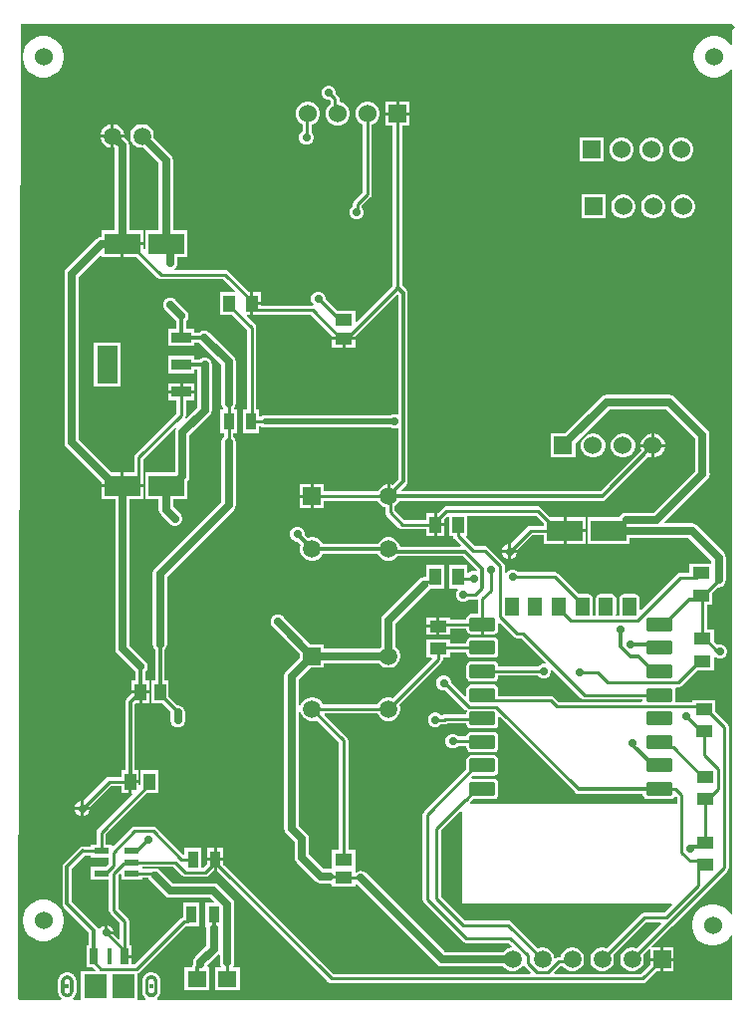
<source format=gtl>
G04*
G04 #@! TF.GenerationSoftware,Altium Limited,Altium Designer,23.4.1 (23)*
G04*
G04 Layer_Physical_Order=1*
G04 Layer_Color=255*
%FSLAX44Y44*%
%MOMM*%
G71*
G04*
G04 #@! TF.SameCoordinates,F2A16652-085B-4F69-B410-D4E0E0FCB8A4*
G04*
G04*
G04 #@! TF.FilePolarity,Positive*
G04*
G01*
G75*
%ADD13C,0.2540*%
%ADD15R,3.0500X1.8000*%
%ADD16R,1.4700X1.0200*%
G04:AMPARAMS|DCode=17|XSize=2.2mm|YSize=1.2mm|CornerRadius=0.12mm|HoleSize=0mm|Usage=FLASHONLY|Rotation=180.000|XOffset=0mm|YOffset=0mm|HoleType=Round|Shape=RoundedRectangle|*
%AMROUNDEDRECTD17*
21,1,2.2000,0.9600,0,0,180.0*
21,1,1.9600,1.2000,0,0,180.0*
1,1,0.2400,-0.9800,0.4800*
1,1,0.2400,0.9800,0.4800*
1,1,0.2400,0.9800,-0.4800*
1,1,0.2400,-0.9800,-0.4800*
%
%ADD17ROUNDEDRECTD17*%
G04:AMPARAMS|DCode=18|XSize=1.6mm|YSize=1.2mm|CornerRadius=0.12mm|HoleSize=0mm|Usage=FLASHONLY|Rotation=270.000|XOffset=0mm|YOffset=0mm|HoleType=Round|Shape=RoundedRectangle|*
%AMROUNDEDRECTD18*
21,1,1.6000,0.9600,0,0,270.0*
21,1,1.3600,1.2000,0,0,270.0*
1,1,0.2400,-0.4800,-0.6800*
1,1,0.2400,-0.4800,0.6800*
1,1,0.2400,0.4800,0.6800*
1,1,0.2400,0.4800,-0.6800*
%
%ADD18ROUNDEDRECTD18*%
%ADD19R,1.4500X1.0000*%
%ADD20R,1.0000X1.4500*%
%ADD21R,1.2700X0.5588*%
%ADD22R,0.7000X1.4000*%
%ADD23R,0.4000X1.4000*%
%ADD24R,1.9000X2.0000*%
%ADD25R,0.9900X1.4700*%
%ADD26R,0.9000X1.4500*%
%ADD27R,1.5500X1.4500*%
%ADD28R,1.0500X1.4000*%
%ADD29R,1.7500X0.9500*%
%ADD30R,1.7500X3.2000*%
%ADD57R,0.1000X0.1000*%
%ADD58C,0.7000*%
%ADD59C,0.3000*%
%ADD60C,0.5000*%
%ADD61C,0.2794*%
%ADD62C,0.2740*%
%ADD63C,1.4980*%
%ADD64R,1.4980X1.4980*%
%ADD65C,0.4500*%
%ADD66R,1.5300X1.5300*%
%ADD67C,1.5300*%
%ADD68C,1.5240*%
%ADD69R,1.5000X1.5000*%
%ADD70C,1.5000*%
%ADD71C,1.5080*%
%ADD72C,0.7000*%
G36*
X609600Y830580D02*
X607060Y828040D01*
Y816130D01*
X605845Y815762D01*
X605444Y816361D01*
X603001Y818804D01*
X600128Y820724D01*
X596936Y822046D01*
X593548Y822720D01*
X590093D01*
X586704Y822046D01*
X583512Y820724D01*
X580639Y818804D01*
X578196Y816361D01*
X576276Y813488D01*
X574954Y810296D01*
X574280Y806908D01*
Y803453D01*
X574954Y800064D01*
X576276Y796872D01*
X578196Y793999D01*
X580639Y791556D01*
X583512Y789636D01*
X586704Y788314D01*
X590093Y787640D01*
X593548D01*
X596936Y788314D01*
X600128Y789636D01*
X603001Y791556D01*
X605444Y793999D01*
X605845Y794598D01*
X607060Y794230D01*
Y76458D01*
X605790Y76073D01*
X604174Y78491D01*
X601731Y80934D01*
X598858Y82854D01*
X595666Y84176D01*
X592277Y84850D01*
X588823D01*
X585434Y84176D01*
X582242Y82854D01*
X579369Y80934D01*
X576926Y78491D01*
X575006Y75618D01*
X573684Y72426D01*
X573010Y69037D01*
Y65582D01*
X573684Y62194D01*
X575006Y59002D01*
X576926Y56129D01*
X579369Y53686D01*
X582242Y51766D01*
X585434Y50444D01*
X588823Y49770D01*
X592277D01*
X595666Y50444D01*
X598858Y51766D01*
X601731Y53686D01*
X604174Y56129D01*
X605790Y58547D01*
X607060Y58162D01*
Y3810D01*
X118756D01*
X118659Y3934D01*
X118355Y5094D01*
X118565Y5274D01*
X118607Y5327D01*
X118664Y5362D01*
X118864Y5552D01*
X118903Y5608D01*
X118958Y5646D01*
X119148Y5846D01*
X119184Y5903D01*
X119236Y5945D01*
X119416Y6155D01*
X119434Y6187D01*
X119463Y6211D01*
X119633Y6421D01*
X119695Y6539D01*
X119789Y6635D01*
X119939Y6865D01*
X119939Y6865D01*
X119939Y6865D01*
X120089Y7095D01*
X120137Y7215D01*
X120218Y7315D01*
X120348Y7565D01*
X120353Y7585D01*
X120366Y7602D01*
X120486Y7842D01*
X120520Y7964D01*
X120587Y8070D01*
X120687Y8330D01*
X120695Y8374D01*
X120717Y8413D01*
X120807Y8673D01*
X120814Y8718D01*
X120835Y8758D01*
X120915Y9018D01*
X120921Y9077D01*
X120947Y9130D01*
X121017Y9400D01*
X121022Y9492D01*
X121056Y9578D01*
X121107Y9848D01*
X121105Y9944D01*
X121134Y10034D01*
X121164Y10304D01*
X121159Y10355D01*
X121173Y10405D01*
X121193Y10685D01*
X121187Y10730D01*
X121198Y10774D01*
X121208Y11044D01*
X121200Y11092D01*
X121210Y11140D01*
Y19140D01*
X121200Y19188D01*
X121208Y19236D01*
X121198Y19506D01*
X121187Y19550D01*
X121193Y19595D01*
X121173Y19875D01*
X121159Y19925D01*
X121164Y19976D01*
X121134Y20246D01*
X121105Y20336D01*
X121107Y20431D01*
X121056Y20701D01*
X121022Y20787D01*
X121017Y20880D01*
X120947Y21150D01*
X120921Y21203D01*
X120915Y21262D01*
X120835Y21522D01*
X120814Y21562D01*
X120807Y21607D01*
X120717Y21867D01*
X120695Y21906D01*
X120687Y21950D01*
X120587Y22210D01*
X120520Y22317D01*
X120486Y22438D01*
X120366Y22678D01*
X120353Y22695D01*
X120348Y22715D01*
X120218Y22965D01*
X120137Y23065D01*
X120089Y23185D01*
X119939Y23415D01*
X119939Y23415D01*
X119939Y23415D01*
X119789Y23645D01*
X119695Y23741D01*
X119633Y23860D01*
X119463Y24069D01*
X119434Y24093D01*
X119416Y24125D01*
X119236Y24335D01*
X119184Y24377D01*
X119148Y24434D01*
X118958Y24634D01*
X118903Y24673D01*
X118864Y24727D01*
X118664Y24918D01*
X118607Y24953D01*
X118565Y25006D01*
X118355Y25186D01*
X118323Y25204D01*
X118300Y25233D01*
X118090Y25403D01*
X117971Y25465D01*
X117875Y25559D01*
X117645Y25709D01*
X117621Y25719D01*
X117603Y25736D01*
X117362Y25886D01*
X117286Y25915D01*
X117223Y25967D01*
X116983Y26097D01*
X116942Y26110D01*
X116908Y26136D01*
X116668Y26256D01*
X116546Y26290D01*
X116440Y26357D01*
X116180Y26457D01*
X116136Y26465D01*
X116097Y26487D01*
X115837Y26577D01*
X115792Y26583D01*
X115752Y26605D01*
X115492Y26685D01*
X115433Y26691D01*
X115380Y26717D01*
X115110Y26787D01*
X115017Y26792D01*
X114931Y26827D01*
X114662Y26876D01*
X114566Y26875D01*
X114476Y26904D01*
X114206Y26934D01*
X114155Y26930D01*
X114105Y26943D01*
X113825Y26963D01*
X113780Y26957D01*
X113736Y26968D01*
X113466Y26978D01*
X113370Y26963D01*
X113274Y26978D01*
X113004Y26968D01*
X112960Y26957D01*
X112915Y26963D01*
X112635Y26943D01*
X112585Y26930D01*
X112534Y26934D01*
X112264Y26904D01*
X112174Y26875D01*
X112079Y26876D01*
X111809Y26827D01*
X111723Y26792D01*
X111630Y26787D01*
X111360Y26717D01*
X111307Y26691D01*
X111248Y26685D01*
X110988Y26605D01*
X110948Y26583D01*
X110903Y26577D01*
X110643Y26487D01*
X110604Y26465D01*
X110560Y26457D01*
X110300Y26357D01*
X110194Y26290D01*
X110072Y26256D01*
X109832Y26136D01*
X109798Y26110D01*
X109757Y26097D01*
X109517Y25967D01*
X109454Y25915D01*
X109378Y25886D01*
X109138Y25736D01*
X109119Y25719D01*
X109095Y25709D01*
X108865Y25559D01*
X108769Y25465D01*
X108651Y25403D01*
X108441Y25233D01*
X108417Y25205D01*
X108385Y25186D01*
X108175Y25006D01*
X108133Y24953D01*
X108076Y24918D01*
X107876Y24727D01*
X107837Y24672D01*
X107782Y24634D01*
X107592Y24434D01*
X107556Y24377D01*
X107504Y24335D01*
X107324Y24125D01*
X107306Y24093D01*
X107277Y24069D01*
X107107Y23860D01*
X107045Y23741D01*
X106951Y23645D01*
X106801Y23415D01*
X106791Y23391D01*
X106774Y23373D01*
X106624Y23133D01*
X106595Y23056D01*
X106543Y22993D01*
X106413Y22753D01*
X106400Y22712D01*
X106374Y22678D01*
X106254Y22438D01*
X106220Y22316D01*
X106153Y22210D01*
X106053Y21950D01*
X106045Y21906D01*
X106023Y21867D01*
X105933Y21607D01*
X105927Y21562D01*
X105905Y21522D01*
X105825Y21262D01*
X105819Y21203D01*
X105793Y21150D01*
X105723Y20880D01*
X105718Y20787D01*
X105683Y20701D01*
X105633Y20431D01*
X105635Y20336D01*
X105606Y20246D01*
X105576Y19976D01*
X105581Y19924D01*
X105567Y19875D01*
X105547Y19595D01*
X105553Y19550D01*
X105542Y19506D01*
X105532Y19236D01*
X105540Y19188D01*
X105530Y19140D01*
Y11140D01*
X105540Y11092D01*
X105532Y11044D01*
X105542Y10774D01*
X105553Y10730D01*
X105547Y10685D01*
X105567Y10405D01*
X105581Y10355D01*
X105576Y10304D01*
X105606Y10034D01*
X105635Y9944D01*
X105633Y9848D01*
X105683Y9578D01*
X105718Y9492D01*
X105723Y9400D01*
X105793Y9130D01*
X105819Y9077D01*
X105825Y9018D01*
X105905Y8758D01*
X105927Y8718D01*
X105933Y8673D01*
X106023Y8413D01*
X106045Y8374D01*
X106053Y8330D01*
X106153Y8070D01*
X106220Y7964D01*
X106254Y7842D01*
X106374Y7602D01*
X106400Y7568D01*
X106413Y7527D01*
X106543Y7287D01*
X106595Y7224D01*
X106624Y7147D01*
X106774Y6907D01*
X106791Y6889D01*
X106801Y6865D01*
X106951Y6635D01*
X107045Y6539D01*
X107107Y6421D01*
X107277Y6211D01*
X107306Y6187D01*
X107324Y6155D01*
X107504Y5944D01*
X107557Y5903D01*
X107592Y5846D01*
X107782Y5646D01*
X107837Y5608D01*
X107876Y5552D01*
X108076Y5362D01*
X108133Y5326D01*
X108175Y5274D01*
X108385Y5094D01*
X108081Y3934D01*
X107985Y3810D01*
X101660D01*
Y25855D01*
X102359Y25994D01*
X103661Y26864D01*
X143130Y66333D01*
X144267D01*
X144267Y66333D01*
X144267Y66333D01*
X144656Y66410D01*
X154410D01*
Y85990D01*
X140330D01*
Y74135D01*
X139931Y74055D01*
X138628Y73185D01*
X99160Y33717D01*
X96660D01*
Y39370D01*
X90620D01*
Y41910D01*
X96660D01*
Y50180D01*
X94505D01*
Y70670D01*
X94209Y72157D01*
X93367Y73417D01*
X85165Y81619D01*
Y109317D01*
X86711Y110863D01*
X87884Y110377D01*
Y105918D01*
X105664D01*
Y107367D01*
X111050D01*
X111151Y106863D01*
X112485Y104865D01*
X125185Y92165D01*
X127183Y90830D01*
X129540Y90362D01*
X163791D01*
X166989Y87163D01*
X166503Y85990D01*
X159330D01*
Y66410D01*
X159537D01*
X160343Y65428D01*
X160212Y64770D01*
Y49541D01*
X150585Y39915D01*
X149250Y37917D01*
X148782Y35560D01*
Y34290D01*
X148864Y33878D01*
X148294Y33026D01*
X147981Y31450D01*
Y31380D01*
X141810D01*
Y11800D01*
X162390D01*
Y31380D01*
X161671D01*
X160772Y32650D01*
X160780Y32691D01*
X170372Y42283D01*
X171642Y41783D01*
Y35560D01*
X172111Y33203D01*
X172580Y32500D01*
X171982Y31380D01*
X167810D01*
Y11800D01*
X188390D01*
Y31380D01*
X183618D01*
X183020Y32500D01*
X183489Y33203D01*
X183958Y35560D01*
Y85062D01*
X183489Y87419D01*
X182155Y89417D01*
X170697Y100875D01*
X168699Y102210D01*
X166342Y102678D01*
X132091D01*
X121195Y113575D01*
X119197Y114909D01*
X116840Y115378D01*
X115806Y115173D01*
X114808Y115371D01*
X113629Y115137D01*
X105664D01*
Y116765D01*
X132432D01*
X139815Y109383D01*
X141075Y108541D01*
X142562Y108245D01*
X159330D01*
X160817Y108541D01*
X160817Y108541D01*
X160817Y108541D01*
X162077Y109383D01*
X166094Y113400D01*
X166370D01*
Y121920D01*
X160600D01*
Y118894D01*
X157721Y116014D01*
X155680D01*
Y132980D01*
X141600D01*
Y127075D01*
X140295D01*
X117613Y149757D01*
X116353Y150599D01*
X114866Y150895D01*
X99204D01*
X97717Y150599D01*
X96457Y149757D01*
X80929Y134229D01*
X79756Y134715D01*
Y135382D01*
X74880D01*
Y144384D01*
X109836Y179340D01*
X119140D01*
Y199120D01*
X104160D01*
Y186043D01*
X104010Y185943D01*
X102740Y186622D01*
Y187960D01*
X96520D01*
Y179340D01*
X96823D01*
X97309Y178167D01*
X68028Y148885D01*
X67157Y147583D01*
X66852Y146046D01*
Y135382D01*
X61976D01*
Y134035D01*
X55784D01*
X55118Y134167D01*
X53542Y133854D01*
X52205Y132961D01*
X38988Y119743D01*
X38095Y118407D01*
X37781Y116830D01*
Y85100D01*
X38095Y83523D01*
X38988Y82187D01*
X60501Y60674D01*
Y50180D01*
X58580D01*
Y31100D01*
X63553D01*
X65800Y28853D01*
X65314Y27680D01*
X53580D01*
Y3810D01*
X47256D01*
X47159Y3934D01*
X46855Y5094D01*
X47065Y5274D01*
X47107Y5326D01*
X47164Y5362D01*
X47364Y5552D01*
X47403Y5608D01*
X47458Y5646D01*
X47648Y5846D01*
X47684Y5903D01*
X47736Y5944D01*
X47916Y6155D01*
X47934Y6187D01*
X47963Y6211D01*
X48133Y6421D01*
X48195Y6539D01*
X48289Y6635D01*
X48439Y6865D01*
X48449Y6889D01*
X48466Y6907D01*
X48616Y7147D01*
X48645Y7224D01*
X48697Y7287D01*
X48827Y7527D01*
X48840Y7568D01*
X48866Y7602D01*
X48986Y7842D01*
X49020Y7964D01*
X49087Y8070D01*
X49187Y8330D01*
X49195Y8374D01*
X49217Y8413D01*
X49307Y8673D01*
X49314Y8718D01*
X49335Y8758D01*
X49415Y9018D01*
X49421Y9077D01*
X49447Y9130D01*
X49517Y9400D01*
X49522Y9492D01*
X49556Y9578D01*
X49606Y9848D01*
X49605Y9944D01*
X49634Y10034D01*
X49664Y10304D01*
X49660Y10355D01*
X49673Y10405D01*
X49693Y10685D01*
X49688Y10730D01*
X49698Y10774D01*
X49708Y11044D01*
X49700Y11092D01*
X49710Y11140D01*
Y19140D01*
X49700Y19188D01*
X49708Y19236D01*
X49698Y19506D01*
X49688Y19550D01*
X49693Y19595D01*
X49673Y19875D01*
X49660Y19925D01*
X49664Y19976D01*
X49634Y20246D01*
X49605Y20336D01*
X49606Y20431D01*
X49556Y20701D01*
X49522Y20787D01*
X49517Y20880D01*
X49447Y21150D01*
X49421Y21203D01*
X49415Y21262D01*
X49335Y21522D01*
X49314Y21562D01*
X49307Y21607D01*
X49217Y21867D01*
X49195Y21906D01*
X49187Y21950D01*
X49087Y22210D01*
X49020Y22316D01*
X48986Y22438D01*
X48866Y22678D01*
X48840Y22712D01*
X48827Y22753D01*
X48697Y22993D01*
X48645Y23056D01*
X48616Y23133D01*
X48466Y23373D01*
X48449Y23391D01*
X48439Y23415D01*
X48289Y23645D01*
X48195Y23741D01*
X48133Y23860D01*
X47963Y24069D01*
X47934Y24093D01*
X47916Y24125D01*
X47736Y24335D01*
X47683Y24377D01*
X47648Y24434D01*
X47458Y24634D01*
X47403Y24673D01*
X47364Y24727D01*
X47164Y24918D01*
X47107Y24953D01*
X47065Y25006D01*
X46855Y25186D01*
X46823Y25205D01*
X46799Y25233D01*
X46589Y25403D01*
X46471Y25465D01*
X46375Y25559D01*
X46145Y25709D01*
X46121Y25719D01*
X46102Y25736D01*
X45862Y25886D01*
X45786Y25915D01*
X45723Y25967D01*
X45483Y26097D01*
X45442Y26110D01*
X45408Y26136D01*
X45168Y26256D01*
X45047Y26290D01*
X44940Y26357D01*
X44680Y26457D01*
X44636Y26465D01*
X44597Y26487D01*
X44337Y26577D01*
X44292Y26583D01*
X44252Y26605D01*
X43992Y26685D01*
X43933Y26691D01*
X43880Y26717D01*
X43610Y26787D01*
X43517Y26792D01*
X43432Y26827D01*
X43162Y26876D01*
X43067Y26875D01*
X42976Y26904D01*
X42706Y26934D01*
X42654Y26930D01*
X42605Y26943D01*
X42325Y26963D01*
X42280Y26957D01*
X42236Y26968D01*
X41966Y26978D01*
X41870Y26963D01*
X41774Y26978D01*
X41504Y26968D01*
X41460Y26957D01*
X41415Y26963D01*
X41135Y26943D01*
X41085Y26930D01*
X41034Y26934D01*
X40764Y26904D01*
X40673Y26875D01*
X40579Y26876D01*
X40309Y26827D01*
X40223Y26792D01*
X40130Y26787D01*
X39860Y26717D01*
X39807Y26691D01*
X39748Y26685D01*
X39488Y26605D01*
X39448Y26583D01*
X39403Y26577D01*
X39143Y26487D01*
X39104Y26465D01*
X39060Y26457D01*
X38800Y26357D01*
X38693Y26290D01*
X38572Y26256D01*
X38332Y26136D01*
X38298Y26110D01*
X38257Y26097D01*
X38017Y25967D01*
X37954Y25915D01*
X37878Y25886D01*
X37638Y25736D01*
X37619Y25719D01*
X37595Y25709D01*
X37365Y25559D01*
X37269Y25465D01*
X37150Y25403D01*
X36941Y25233D01*
X36917Y25204D01*
X36885Y25186D01*
X36675Y25006D01*
X36633Y24953D01*
X36576Y24918D01*
X36376Y24727D01*
X36337Y24673D01*
X36282Y24634D01*
X36137Y24480D01*
X35880D01*
Y24191D01*
X35824Y24125D01*
X35806Y24093D01*
X35777Y24069D01*
X35607Y23860D01*
X35545Y23741D01*
X35451Y23645D01*
X35301Y23415D01*
X35301Y23415D01*
X35301Y23415D01*
X35151Y23185D01*
X35103Y23065D01*
X35022Y22965D01*
X34892Y22715D01*
X34887Y22695D01*
X34874Y22678D01*
X34754Y22438D01*
X34720Y22317D01*
X34653Y22210D01*
X34553Y21950D01*
X34545Y21906D01*
X34523Y21867D01*
X34433Y21607D01*
X34427Y21562D01*
X34405Y21522D01*
X34325Y21262D01*
X34319Y21203D01*
X34293Y21150D01*
X34223Y20880D01*
X34218Y20787D01*
X34183Y20701D01*
X34134Y20431D01*
X34135Y20336D01*
X34106Y20246D01*
X34076Y19976D01*
X34081Y19924D01*
X34067Y19875D01*
X34047Y19595D01*
X34053Y19550D01*
X34042Y19506D01*
X34032Y19236D01*
X34040Y19188D01*
X34030Y19140D01*
Y11140D01*
X34040Y11092D01*
X34032Y11044D01*
X34042Y10774D01*
X34053Y10730D01*
X34047Y10685D01*
X34067Y10405D01*
X34081Y10355D01*
X34076Y10304D01*
X34106Y10034D01*
X34135Y9944D01*
X34134Y9848D01*
X34183Y9578D01*
X34218Y9492D01*
X34223Y9400D01*
X34293Y9130D01*
X34319Y9077D01*
X34325Y9018D01*
X34405Y8758D01*
X34427Y8718D01*
X34433Y8673D01*
X34523Y8413D01*
X34545Y8374D01*
X34553Y8330D01*
X34653Y8070D01*
X34720Y7964D01*
X34754Y7842D01*
X34874Y7602D01*
X34887Y7585D01*
X34892Y7565D01*
X35022Y7315D01*
X35103Y7215D01*
X35151Y7095D01*
X35301Y6865D01*
X35301Y6865D01*
X35301Y6865D01*
X35451Y6635D01*
X35545Y6539D01*
X35607Y6421D01*
X35777Y6211D01*
X35806Y6187D01*
X35824Y6155D01*
X36004Y5945D01*
X36057Y5903D01*
X36093Y5846D01*
X36282Y5646D01*
X36337Y5608D01*
X36376Y5552D01*
X36576Y5362D01*
X36633Y5327D01*
X36675Y5274D01*
X36885Y5094D01*
X36581Y3934D01*
X36484Y3810D01*
X1273D01*
X6Y4928D01*
X2540Y833120D01*
X607060D01*
X609600Y830580D01*
D02*
G37*
G36*
X61976Y124714D02*
X77141D01*
Y119465D01*
X74262Y116586D01*
X61976D01*
Y105918D01*
X77395D01*
Y80010D01*
X77691Y78523D01*
X78533Y77263D01*
X86735Y69061D01*
Y55928D01*
X85562Y55442D01*
X81314Y59690D01*
X74930D01*
Y60960D01*
X73660D01*
Y66972D01*
X71509Y66080D01*
X69809Y64381D01*
X69692Y64098D01*
X69000Y64021D01*
X68323Y64110D01*
X67533Y65293D01*
X46020Y86806D01*
Y115124D01*
X56957Y126061D01*
X61976D01*
Y124714D01*
D02*
G37*
G36*
X113640Y24380D02*
X113920Y24360D01*
X114190Y24330D01*
X114460Y24280D01*
X114730Y24210D01*
X114990Y24130D01*
X115250Y24040D01*
X115510Y23940D01*
X115750Y23820D01*
X115990Y23690D01*
X116230Y23540D01*
X116460Y23390D01*
X116670Y23220D01*
X116880Y23040D01*
X117080Y22850D01*
X117270Y22650D01*
X117450Y22440D01*
X117620Y22230D01*
X117770Y22000D01*
X117920Y21770D01*
X118050Y21520D01*
X118170Y21280D01*
X118270Y21020D01*
X118360Y20760D01*
X118440Y20500D01*
X118510Y20230D01*
X118560Y19960D01*
X118590Y19690D01*
X118610Y19410D01*
X118620Y19140D01*
Y15140D01*
Y11140D01*
X118610Y10870D01*
X118590Y10590D01*
X118560Y10320D01*
X118510Y10050D01*
X118440Y9780D01*
X118360Y9520D01*
X118270Y9260D01*
X118170Y9000D01*
X118050Y8760D01*
X117920Y8510D01*
X117770Y8280D01*
X117620Y8050D01*
X117450Y7840D01*
X117270Y7630D01*
X117080Y7430D01*
X116880Y7240D01*
X116670Y7060D01*
X116460Y6890D01*
X116230Y6740D01*
X115990Y6590D01*
X115750Y6460D01*
X115510Y6340D01*
X115250Y6240D01*
X114990Y6150D01*
X114730Y6070D01*
X114460Y6000D01*
X114190Y5950D01*
X113920Y5920D01*
X113640Y5900D01*
X113370Y5890D01*
X113100Y5900D01*
X112820Y5920D01*
X112550Y5950D01*
X112280Y6000D01*
X112010Y6070D01*
X111750Y6150D01*
X111490Y6240D01*
X111230Y6340D01*
X110990Y6460D01*
X110750Y6590D01*
X110510Y6740D01*
X110280Y6890D01*
X110070Y7060D01*
X109860Y7240D01*
X109660Y7430D01*
X109470Y7630D01*
X109290Y7840D01*
X109120Y8050D01*
X108970Y8280D01*
X108820Y8520D01*
X108690Y8760D01*
X108570Y9000D01*
X108470Y9260D01*
X108380Y9520D01*
X108300Y9780D01*
X108230Y10050D01*
X108180Y10320D01*
X108150Y10590D01*
X108130Y10870D01*
X108120Y11140D01*
Y15140D01*
Y19140D01*
X108130Y19410D01*
X108150Y19690D01*
X108180Y19960D01*
X108230Y20230D01*
X108300Y20500D01*
X108380Y20760D01*
X108470Y21020D01*
X108570Y21280D01*
X108690Y21520D01*
X108820Y21760D01*
X108970Y22000D01*
X109120Y22230D01*
X109290Y22440D01*
X109470Y22650D01*
X109660Y22850D01*
X109860Y23040D01*
X110070Y23220D01*
X110280Y23390D01*
X110510Y23540D01*
X110750Y23690D01*
X110990Y23820D01*
X111230Y23940D01*
X111490Y24040D01*
X111750Y24130D01*
X112010Y24210D01*
X112280Y24280D01*
X112550Y24330D01*
X112820Y24360D01*
X113100Y24380D01*
X113370Y24390D01*
X113640Y24380D01*
D02*
G37*
G36*
X42140D02*
X42420Y24360D01*
X42690Y24330D01*
X42960Y24280D01*
X43230Y24210D01*
X43490Y24130D01*
X43750Y24040D01*
X44010Y23940D01*
X44250Y23820D01*
X44490Y23690D01*
X44730Y23540D01*
X44960Y23390D01*
X45170Y23220D01*
X45380Y23040D01*
X45580Y22850D01*
X45770Y22650D01*
X45950Y22440D01*
X46120Y22230D01*
X46270Y22000D01*
X46420Y21760D01*
X46550Y21520D01*
X46670Y21280D01*
X46770Y21020D01*
X46860Y20760D01*
X46940Y20500D01*
X47010Y20230D01*
X47060Y19960D01*
X47090Y19690D01*
X47110Y19410D01*
X47120Y19140D01*
Y15140D01*
Y11140D01*
X47110Y10870D01*
X47090Y10590D01*
X47060Y10320D01*
X47010Y10050D01*
X46940Y9780D01*
X46860Y9520D01*
X46770Y9260D01*
X46670Y9000D01*
X46550Y8760D01*
X46420Y8520D01*
X46270Y8280D01*
X46120Y8050D01*
X45950Y7840D01*
X45770Y7630D01*
X45580Y7430D01*
X45380Y7240D01*
X45170Y7060D01*
X44960Y6890D01*
X44730Y6740D01*
X44490Y6590D01*
X44250Y6460D01*
X44010Y6340D01*
X43750Y6240D01*
X43490Y6150D01*
X43230Y6070D01*
X42960Y6000D01*
X42690Y5950D01*
X42420Y5920D01*
X42140Y5900D01*
X41870Y5890D01*
X41600Y5900D01*
X41320Y5920D01*
X41050Y5950D01*
X40780Y6000D01*
X40510Y6070D01*
X40250Y6150D01*
X39990Y6240D01*
X39730Y6340D01*
X39490Y6460D01*
X39250Y6590D01*
X39010Y6740D01*
X38780Y6890D01*
X38570Y7060D01*
X38360Y7240D01*
X38160Y7430D01*
X37970Y7630D01*
X37790Y7840D01*
X37620Y8050D01*
X37470Y8280D01*
X37320Y8510D01*
X37190Y8760D01*
X37070Y9000D01*
X36970Y9260D01*
X36880Y9520D01*
X36800Y9780D01*
X36730Y10050D01*
X36680Y10320D01*
X36650Y10590D01*
X36630Y10870D01*
X36620Y11140D01*
Y15140D01*
Y19140D01*
X36630Y19410D01*
X36650Y19690D01*
X36680Y19960D01*
X36730Y20230D01*
X36800Y20500D01*
X36880Y20760D01*
X36970Y21020D01*
X37070Y21280D01*
X37190Y21520D01*
X37320Y21770D01*
X37470Y22000D01*
X37620Y22230D01*
X37790Y22440D01*
X37970Y22650D01*
X38160Y22850D01*
X38360Y23040D01*
X38570Y23220D01*
X38780Y23390D01*
X39010Y23540D01*
X39250Y23690D01*
X39490Y23820D01*
X39730Y23940D01*
X39990Y24040D01*
X40250Y24130D01*
X40510Y24210D01*
X40780Y24280D01*
X41050Y24330D01*
X41320Y24360D01*
X41600Y24380D01*
X41870Y24390D01*
X42140Y24380D01*
D02*
G37*
%LPC*%
G36*
X23317Y822720D02*
X19863D01*
X16474Y822046D01*
X13282Y820724D01*
X10409Y818804D01*
X7966Y816361D01*
X6046Y813488D01*
X4724Y810296D01*
X4050Y806908D01*
Y803453D01*
X4724Y800064D01*
X6046Y796872D01*
X7966Y793999D01*
X10409Y791556D01*
X13282Y789636D01*
X16474Y788314D01*
X19863Y787640D01*
X23317D01*
X26706Y788314D01*
X29898Y789636D01*
X32771Y791556D01*
X35214Y793999D01*
X37134Y796872D01*
X38456Y800064D01*
X39130Y803453D01*
Y806908D01*
X38456Y810296D01*
X37134Y813488D01*
X35214Y816361D01*
X32771Y818804D01*
X29898Y820724D01*
X26706Y822046D01*
X23317Y822720D01*
D02*
G37*
G36*
X332770Y767110D02*
X323850D01*
Y758190D01*
X332770D01*
Y767110D01*
D02*
G37*
G36*
X321310D02*
X312390D01*
Y758190D01*
X321310D01*
Y767110D01*
D02*
G37*
G36*
X265361Y780740D02*
X262959D01*
X260739Y779820D01*
X259039Y778121D01*
X258120Y775901D01*
Y773499D01*
X259039Y771279D01*
X260739Y769579D01*
X262959Y768660D01*
X264706D01*
X265454Y767912D01*
Y765005D01*
X263626Y763177D01*
X262284Y760853D01*
X261590Y758262D01*
Y755578D01*
X262284Y752987D01*
X263626Y750663D01*
X265523Y748766D01*
X267847Y747424D01*
X270438Y746730D01*
X273122D01*
X275713Y747424D01*
X278037Y748766D01*
X279934Y750663D01*
X281276Y752987D01*
X281970Y755578D01*
Y758262D01*
X281276Y760853D01*
X279934Y763177D01*
X278037Y765074D01*
X275713Y766416D01*
X273223Y767083D01*
Y769521D01*
X272927Y771008D01*
X272085Y772268D01*
X270200Y774154D01*
Y775901D01*
X269280Y778121D01*
X267581Y779820D01*
X265361Y780740D01*
D02*
G37*
G36*
X81737Y747950D02*
X81680D01*
Y739140D01*
X90490D01*
Y739197D01*
X89803Y741761D01*
X88476Y744059D01*
X86599Y745936D01*
X84300Y747263D01*
X81737Y747950D01*
D02*
G37*
G36*
X79140D02*
X79083D01*
X76519Y747263D01*
X74221Y745936D01*
X72344Y744059D01*
X71017Y741761D01*
X70330Y739197D01*
Y739140D01*
X79140D01*
Y747950D01*
D02*
G37*
G36*
X247722Y767110D02*
X245038D01*
X242447Y766416D01*
X240123Y765074D01*
X238226Y763177D01*
X236884Y760853D01*
X236190Y758262D01*
Y755578D01*
X236884Y752987D01*
X238226Y750663D01*
X240123Y748766D01*
X241860Y747763D01*
Y741792D01*
X241689Y741721D01*
X239989Y740021D01*
X239070Y737801D01*
Y735399D01*
X239989Y733179D01*
X241689Y731479D01*
X243909Y730560D01*
X246311D01*
X248531Y731479D01*
X250231Y733179D01*
X251150Y735399D01*
Y737801D01*
X250231Y740021D01*
X249630Y740622D01*
Y747241D01*
X250313Y747424D01*
X252637Y748766D01*
X254534Y750663D01*
X255876Y752987D01*
X256570Y755578D01*
Y758262D01*
X255876Y760853D01*
X254534Y763177D01*
X252637Y765074D01*
X250313Y766416D01*
X247722Y767110D01*
D02*
G37*
G36*
X79140Y736600D02*
X70330D01*
Y736543D01*
X71017Y733979D01*
X72344Y731681D01*
X74221Y729804D01*
X76519Y728477D01*
X79083Y727790D01*
X79140D01*
Y736600D01*
D02*
G37*
G36*
X565222Y736630D02*
X562538D01*
X559947Y735936D01*
X557623Y734594D01*
X555726Y732697D01*
X554384Y730373D01*
X553690Y727782D01*
Y725098D01*
X554384Y722507D01*
X555726Y720183D01*
X557623Y718286D01*
X559947Y716944D01*
X562538Y716250D01*
X565222D01*
X567813Y716944D01*
X570137Y718286D01*
X572034Y720183D01*
X573376Y722507D01*
X574070Y725098D01*
Y727782D01*
X573376Y730373D01*
X572034Y732697D01*
X570137Y734594D01*
X567813Y735936D01*
X565222Y736630D01*
D02*
G37*
G36*
X539822D02*
X537138D01*
X534547Y735936D01*
X532223Y734594D01*
X530326Y732697D01*
X528984Y730373D01*
X528290Y727782D01*
Y725098D01*
X528984Y722507D01*
X530326Y720183D01*
X532223Y718286D01*
X534547Y716944D01*
X537138Y716250D01*
X539822D01*
X542413Y716944D01*
X544737Y718286D01*
X546634Y720183D01*
X547976Y722507D01*
X548670Y725098D01*
Y727782D01*
X547976Y730373D01*
X546634Y732697D01*
X544737Y734594D01*
X542413Y735936D01*
X539822Y736630D01*
D02*
G37*
G36*
X514422D02*
X511738D01*
X509147Y735936D01*
X506823Y734594D01*
X504926Y732697D01*
X503584Y730373D01*
X502890Y727782D01*
Y725098D01*
X503584Y722507D01*
X504926Y720183D01*
X506823Y718286D01*
X509147Y716944D01*
X511738Y716250D01*
X514422D01*
X517013Y716944D01*
X519337Y718286D01*
X521234Y720183D01*
X522576Y722507D01*
X523270Y725098D01*
Y727782D01*
X522576Y730373D01*
X521234Y732697D01*
X519337Y734594D01*
X517013Y735936D01*
X514422Y736630D01*
D02*
G37*
G36*
X497870D02*
X477490D01*
Y716250D01*
X497870D01*
Y736630D01*
D02*
G37*
G36*
X566532Y688230D02*
X563849D01*
X561257Y687535D01*
X558933Y686194D01*
X557036Y684297D01*
X555695Y681973D01*
X555000Y679381D01*
Y676698D01*
X555695Y674107D01*
X557036Y671783D01*
X558933Y669886D01*
X561257Y668544D01*
X563849Y667850D01*
X566532D01*
X569123Y668544D01*
X571447Y669886D01*
X573344Y671783D01*
X574686Y674107D01*
X575380Y676698D01*
Y679381D01*
X574686Y681973D01*
X573344Y684297D01*
X571447Y686194D01*
X569123Y687535D01*
X566532Y688230D01*
D02*
G37*
G36*
X541132D02*
X538449D01*
X535857Y687535D01*
X533533Y686194D01*
X531636Y684297D01*
X530295Y681973D01*
X529600Y679381D01*
Y676698D01*
X530295Y674107D01*
X531636Y671783D01*
X533533Y669886D01*
X535857Y668544D01*
X538449Y667850D01*
X541132D01*
X543723Y668544D01*
X546047Y669886D01*
X547944Y671783D01*
X549286Y674107D01*
X549980Y676698D01*
Y679381D01*
X549286Y681973D01*
X547944Y684297D01*
X546047Y686194D01*
X543723Y687535D01*
X541132Y688230D01*
D02*
G37*
G36*
X515732D02*
X513049D01*
X510457Y687535D01*
X508133Y686194D01*
X506236Y684297D01*
X504895Y681973D01*
X504200Y679381D01*
Y676698D01*
X504895Y674107D01*
X506236Y671783D01*
X508133Y669886D01*
X510457Y668544D01*
X513049Y667850D01*
X515732D01*
X518323Y668544D01*
X520647Y669886D01*
X522544Y671783D01*
X523886Y674107D01*
X524580Y676698D01*
Y679381D01*
X523886Y681973D01*
X522544Y684297D01*
X520647Y686194D01*
X518323Y687535D01*
X515732Y688230D01*
D02*
G37*
G36*
X499180D02*
X478800D01*
Y667850D01*
X499180D01*
Y688230D01*
D02*
G37*
G36*
X298522Y767110D02*
X295838D01*
X293247Y766416D01*
X290923Y765074D01*
X289026Y763177D01*
X287684Y760853D01*
X286990Y758262D01*
Y755578D01*
X287684Y752987D01*
X289026Y750663D01*
X290923Y748766D01*
X293002Y747566D01*
Y690116D01*
X285879Y682992D01*
X285036Y681732D01*
X284741Y680245D01*
Y678071D01*
X284704Y678055D01*
X283005Y676356D01*
X282085Y674137D01*
Y671734D01*
X283005Y669514D01*
X284704Y667815D01*
X286924Y666895D01*
X289326D01*
X291546Y667815D01*
X293246Y669514D01*
X294165Y671734D01*
Y674137D01*
X293246Y676356D01*
X292510Y677092D01*
Y678636D01*
X299634Y685760D01*
X300476Y687020D01*
X300772Y688507D01*
Y747333D01*
X301113Y747424D01*
X303437Y748766D01*
X305334Y750663D01*
X306676Y752987D01*
X307370Y755578D01*
Y758262D01*
X306676Y760853D01*
X305334Y763177D01*
X303437Y765074D01*
X301113Y766416D01*
X298522Y767110D01*
D02*
G37*
G36*
X90490Y736600D02*
X81680D01*
Y727790D01*
X81737D01*
X82522Y726896D01*
Y657970D01*
X71080D01*
Y652346D01*
X70877D01*
X68521Y651877D01*
X66523Y650542D01*
X41365Y625385D01*
X40030Y623387D01*
X39562Y621030D01*
Y477590D01*
X40030Y475233D01*
X41365Y473236D01*
X71080Y443521D01*
Y441960D01*
X87600D01*
Y452230D01*
X79789D01*
X51878Y480141D01*
Y618479D01*
X69907Y636507D01*
X71080Y636021D01*
Y634890D01*
X87600D01*
Y646430D01*
X88870D01*
Y647700D01*
X106660D01*
Y657970D01*
X94838D01*
Y729600D01*
X94838Y729600D01*
X94370Y731956D01*
X93035Y733954D01*
X90480Y736508D01*
X90490Y736543D01*
Y736600D01*
D02*
G37*
G36*
X206660Y605170D02*
X200140D01*
Y596900D01*
X206660D01*
Y605170D01*
D02*
G37*
G36*
X332770Y755650D02*
X322580D01*
X312390D01*
Y746730D01*
X318695D01*
Y610739D01*
X287923Y579967D01*
X286750Y580453D01*
Y589300D01*
X271235D01*
X261310Y599225D01*
Y600641D01*
X260390Y602861D01*
X258691Y604561D01*
X256471Y605480D01*
X254069D01*
X251849Y604561D01*
X250149Y602861D01*
X249230Y600641D01*
Y598239D01*
X250149Y596019D01*
X251267Y594901D01*
X251018Y594152D01*
X250642Y593730D01*
X250370Y593784D01*
X206660D01*
Y594360D01*
X200140D01*
Y586090D01*
X202473D01*
X202850Y586015D01*
X248761D01*
X266970Y567806D01*
Y566930D01*
X276860D01*
X286750D01*
Y567806D01*
X322049Y603105D01*
X323161Y602421D01*
Y501564D01*
X322105Y500858D01*
X320941Y501340D01*
X318539D01*
X316363Y500439D01*
X209550D01*
X207584Y500048D01*
X206430Y499277D01*
X205160Y499602D01*
Y505090D01*
X202505D01*
Y575130D01*
X202209Y576617D01*
X201367Y577877D01*
X194327Y584917D01*
X194813Y586090D01*
X197600D01*
Y595630D01*
Y605170D01*
X196574D01*
X178967Y622777D01*
X177706Y623619D01*
X176220Y623915D01*
X133873D01*
X133347Y625185D01*
X133390Y625228D01*
X133895Y625565D01*
X134232Y626070D01*
X134661Y626499D01*
X134893Y627059D01*
X135230Y627563D01*
X135348Y628158D01*
X135580Y628719D01*
Y629325D01*
X135698Y629920D01*
Y634890D01*
X143660D01*
Y657970D01*
X132029D01*
Y717410D01*
X131560Y719766D01*
X130225Y721764D01*
X115481Y736508D01*
X115490Y736543D01*
Y739197D01*
X114803Y741761D01*
X113476Y744059D01*
X111599Y745936D01*
X109301Y747263D01*
X106737Y747950D01*
X104083D01*
X101519Y747263D01*
X99221Y745936D01*
X97344Y744059D01*
X96017Y741761D01*
X95330Y739197D01*
Y736543D01*
X96017Y733979D01*
X97344Y731681D01*
X99221Y729804D01*
X101519Y728477D01*
X104083Y727790D01*
X106737D01*
X106771Y727799D01*
X119712Y714859D01*
Y657970D01*
X108080D01*
Y641988D01*
X106810Y641309D01*
X106660Y641409D01*
Y645160D01*
X90140D01*
Y634890D01*
X101166D01*
X118773Y617283D01*
X120033Y616441D01*
X121520Y616146D01*
X174611D01*
X184413Y606343D01*
X183927Y605170D01*
X172080D01*
Y586090D01*
X182166D01*
X194735Y573521D01*
Y505090D01*
X191080D01*
Y485510D01*
X205160D01*
Y490998D01*
X206430Y491323D01*
X207584Y490552D01*
X209550Y490161D01*
X316363D01*
X318539Y489260D01*
X320941D01*
X322105Y489742D01*
X323161Y489036D01*
Y445826D01*
X318555Y441221D01*
X316280Y441830D01*
X316230D01*
Y431800D01*
X313690D01*
Y441830D01*
X313640D01*
X311089Y441147D01*
X308801Y439826D01*
X306934Y437959D01*
X305621Y435685D01*
X259990D01*
Y441830D01*
X251230D01*
Y431800D01*
Y421770D01*
X259990D01*
Y427915D01*
X305621D01*
X306934Y425641D01*
X308801Y423774D01*
X311089Y422453D01*
X312345Y422117D01*
Y418030D01*
X312641Y416543D01*
X313483Y415283D01*
X323843Y404923D01*
X325103Y404081D01*
X326590Y403785D01*
X347450D01*
Y397880D01*
X353720D01*
Y407670D01*
Y417460D01*
X347450D01*
Y411555D01*
X328199D01*
X320115Y419639D01*
Y423194D01*
X321119Y423774D01*
X322986Y425641D01*
X324164Y427681D01*
X496670D01*
X498246Y427994D01*
X499583Y428887D01*
X536014Y465319D01*
X538398Y464680D01*
X538470D01*
Y473600D01*
X529550D01*
Y473528D01*
X530189Y471144D01*
X494964Y435919D01*
X326564D01*
X326078Y437093D01*
X330193Y441207D01*
X331086Y442544D01*
X331399Y444120D01*
Y604430D01*
X331086Y606006D01*
X330193Y607343D01*
X326465Y611071D01*
Y746730D01*
X332770D01*
Y755650D01*
D02*
G37*
G36*
X286750Y564390D02*
X278130D01*
Y558020D01*
X286750D01*
Y564390D01*
D02*
G37*
G36*
X275590D02*
X266970D01*
Y558020D01*
X275590D01*
Y564390D01*
D02*
G37*
G36*
X87160Y562100D02*
X64580D01*
Y525020D01*
X87160D01*
Y562100D01*
D02*
G37*
G36*
X150160Y527850D02*
X140140D01*
Y521830D01*
X150160D01*
Y527850D01*
D02*
G37*
G36*
X137600D02*
X127580D01*
Y521830D01*
X137600D01*
Y527850D01*
D02*
G37*
G36*
X150160Y550850D02*
X127580D01*
Y536270D01*
X150160D01*
Y539441D01*
X152592D01*
Y507388D01*
X142997Y497792D01*
X142010Y498602D01*
X142459Y499273D01*
X142755Y500760D01*
Y513270D01*
X150160D01*
Y519290D01*
X138870D01*
X127580D01*
Y513270D01*
X134985D01*
Y502369D01*
X100103Y467487D01*
X99261Y466226D01*
X98966Y464740D01*
Y452230D01*
X90140D01*
Y441960D01*
X106660D01*
Y448044D01*
X106735Y448420D01*
Y463131D01*
X134116Y490512D01*
X135103Y489703D01*
X134161Y488293D01*
X133692Y485937D01*
Y452230D01*
X108080D01*
Y429150D01*
X119712D01*
Y420230D01*
X120181Y417873D01*
X121516Y415875D01*
X128995Y408395D01*
X129500Y408058D01*
X129929Y407630D01*
X130489Y407397D01*
X130993Y407061D01*
X131588Y406942D01*
X132149Y406710D01*
X132755D01*
X133350Y406592D01*
X133945Y406710D01*
X134551D01*
X135112Y406942D01*
X135707Y407061D01*
X136211Y407397D01*
X136771Y407630D01*
X137200Y408058D01*
X137705Y408395D01*
X138042Y408900D01*
X138470Y409329D01*
X138703Y409889D01*
X139039Y410393D01*
X139158Y410988D01*
X139390Y411549D01*
Y412155D01*
X139508Y412750D01*
X139390Y413345D01*
Y413951D01*
X139158Y414512D01*
X139039Y415107D01*
X138703Y415611D01*
X138470Y416171D01*
X138042Y416600D01*
X137705Y417105D01*
X132029Y422781D01*
Y429150D01*
X143660D01*
Y443521D01*
X144205Y444066D01*
X145540Y446063D01*
X146009Y448420D01*
Y483386D01*
X163105Y500482D01*
X164440Y502480D01*
X164908Y504837D01*
Y543560D01*
X164790Y544155D01*
Y544761D01*
X164558Y545322D01*
X164440Y545917D01*
X164103Y546421D01*
X163871Y546981D01*
X163442Y547410D01*
X163105Y547915D01*
X162600Y548252D01*
X162171Y548680D01*
X161611Y548913D01*
X161107Y549249D01*
X160512Y549368D01*
X159951Y549600D01*
X159345D01*
X158750Y549718D01*
X158155Y549600D01*
X157549D01*
X156988Y549368D01*
X156393Y549249D01*
X155889Y548913D01*
X155329Y548680D01*
X154900Y548252D01*
X154395Y547915D01*
X154238Y547679D01*
X150160D01*
Y550850D01*
D02*
G37*
G36*
X541081Y485060D02*
X541010D01*
Y476140D01*
X549930D01*
Y476211D01*
X549235Y478803D01*
X547894Y481127D01*
X545997Y483024D01*
X543673Y484365D01*
X541081Y485060D01*
D02*
G37*
G36*
X538470D02*
X538398D01*
X535807Y484365D01*
X533483Y483024D01*
X531586Y481127D01*
X530244Y478803D01*
X529550Y476211D01*
Y476140D01*
X538470D01*
Y485060D01*
D02*
G37*
G36*
X549930Y473600D02*
X541010D01*
Y464680D01*
X541081D01*
X543673Y465374D01*
X545997Y466716D01*
X547894Y468613D01*
X549235Y470937D01*
X549930Y473528D01*
Y473600D01*
D02*
G37*
G36*
X515681Y485060D02*
X512998D01*
X510407Y484365D01*
X508083Y483024D01*
X506186Y481127D01*
X504844Y478803D01*
X504150Y476211D01*
Y473528D01*
X504844Y470937D01*
X506186Y468613D01*
X508083Y466716D01*
X510407Y465374D01*
X512998Y464680D01*
X515681D01*
X518273Y465374D01*
X520597Y466716D01*
X522494Y468613D01*
X523835Y470937D01*
X524530Y473528D01*
Y476211D01*
X523835Y478803D01*
X522494Y481127D01*
X520597Y483024D01*
X518273Y484365D01*
X515681Y485060D01*
D02*
G37*
G36*
X490281D02*
X487598D01*
X485007Y484365D01*
X482683Y483024D01*
X480786Y481127D01*
X479444Y478803D01*
X478750Y476211D01*
Y473528D01*
X479444Y470937D01*
X480786Y468613D01*
X482683Y466716D01*
X485007Y465374D01*
X487598Y464680D01*
X490281D01*
X492873Y465374D01*
X495197Y466716D01*
X497094Y468613D01*
X498435Y470937D01*
X499130Y473528D01*
Y476211D01*
X498435Y478803D01*
X497094Y481127D01*
X495197Y483024D01*
X492873Y484365D01*
X490281Y485060D01*
D02*
G37*
G36*
X248690Y441830D02*
X239930D01*
Y433070D01*
X248690D01*
Y441830D01*
D02*
G37*
G36*
Y430530D02*
X239930D01*
Y421770D01*
X248690D01*
Y430530D01*
D02*
G37*
G36*
X482610Y414130D02*
X466090D01*
Y403860D01*
X482610D01*
Y414130D01*
D02*
G37*
G36*
X362530Y406400D02*
X356260D01*
Y397880D01*
X362530D01*
Y406400D01*
D02*
G37*
G36*
X482610Y401320D02*
X466090D01*
Y391050D01*
X482610D01*
Y401320D01*
D02*
G37*
G36*
X553820Y517868D02*
X500380D01*
X498023Y517399D01*
X496025Y516064D01*
X465021Y485060D01*
X453350D01*
Y464680D01*
X473730D01*
Y476351D01*
X502931Y505552D01*
X551269D01*
X575502Y481319D01*
Y452965D01*
X540175Y417638D01*
X516960D01*
X514604Y417169D01*
X512606Y415835D01*
X511467Y414130D01*
X484030D01*
Y391050D01*
X519610D01*
Y396432D01*
X570219D01*
X589472Y377179D01*
Y373910D01*
X570600D01*
Y366525D01*
X562905D01*
X561418Y366229D01*
X560158Y365387D01*
X529616Y334846D01*
X528443Y335332D01*
Y344680D01*
X528153Y346139D01*
X527326Y347376D01*
X526089Y348203D01*
X524630Y348493D01*
X515030D01*
X513571Y348203D01*
X512333Y347376D01*
X511507Y346139D01*
X511217Y344680D01*
Y331080D01*
X511245Y330936D01*
X510444Y329961D01*
X509215D01*
X508414Y330936D01*
X508443Y331080D01*
Y344680D01*
X508153Y346139D01*
X507326Y347376D01*
X506089Y348203D01*
X504630Y348493D01*
X495030D01*
X493571Y348203D01*
X492333Y347376D01*
X491507Y346139D01*
X491217Y344680D01*
Y331080D01*
X491245Y330936D01*
X490444Y329961D01*
X489215D01*
X488415Y330936D01*
X488443Y331080D01*
Y344680D01*
X488153Y346139D01*
X487326Y347376D01*
X486089Y348203D01*
X484630Y348493D01*
X476710D01*
X459237Y365967D01*
X457976Y366809D01*
X456490Y367105D01*
X425027D01*
X423791Y368340D01*
X421571Y369260D01*
X419169D01*
X416949Y368340D01*
X415249Y366641D01*
X414895Y365785D01*
X413625Y366037D01*
Y372598D01*
X413329Y374085D01*
X412487Y375345D01*
X399756Y388075D01*
X398496Y388918D01*
X397009Y389213D01*
X388330D01*
X380836Y396707D01*
X381323Y397880D01*
X381530D01*
Y415215D01*
X440451D01*
X447030Y408636D01*
Y406475D01*
X435610D01*
X434123Y406179D01*
X432863Y405337D01*
X419100Y391574D01*
Y386080D01*
X424594D01*
X437219Y398705D01*
X447030D01*
Y391050D01*
X463550D01*
Y402590D01*
Y414130D01*
X452524D01*
X444807Y421847D01*
X443547Y422689D01*
X442060Y422985D01*
X364170D01*
X362683Y422689D01*
X361423Y421847D01*
X357036Y417460D01*
X356260D01*
Y408940D01*
X362530D01*
Y411966D01*
X365180Y414617D01*
X366450Y414090D01*
Y397880D01*
X370141D01*
X370401Y396573D01*
X371243Y395312D01*
X376453Y390103D01*
X375967Y388929D01*
X324773D01*
X324306Y390671D01*
X322986Y392958D01*
X321119Y394826D01*
X318831Y396146D01*
X316280Y396830D01*
X313640D01*
X311089Y396146D01*
X308801Y394826D01*
X306934Y392958D01*
X305756Y390919D01*
X259163D01*
X257986Y392958D01*
X256118Y394826D01*
X253831Y396146D01*
X251280Y396830D01*
X248639D01*
X246365Y396220D01*
X243530Y399055D01*
Y400471D01*
X242610Y402691D01*
X240911Y404390D01*
X238691Y405310D01*
X236289D01*
X234069Y404390D01*
X232369Y402691D01*
X231450Y400471D01*
Y398068D01*
X232369Y395848D01*
X234069Y394149D01*
X236289Y393230D01*
X237705D01*
X240539Y390395D01*
X239930Y388120D01*
Y385479D01*
X240613Y382928D01*
X241934Y380641D01*
X243801Y378774D01*
X246088Y377453D01*
X248639Y376770D01*
X251280D01*
X253831Y377453D01*
X256118Y378774D01*
X257986Y380641D01*
X259163Y382681D01*
X305756D01*
X306934Y380641D01*
X308801Y378774D01*
X311089Y377453D01*
X313640Y376770D01*
X316280D01*
X318831Y377453D01*
X321119Y378774D01*
X322986Y380641D01*
X323015Y380691D01*
X378024D01*
X389915Y368800D01*
X389195Y367723D01*
X388551Y367990D01*
X386149D01*
X383929Y367071D01*
X382800Y365942D01*
X381530Y366094D01*
Y373010D01*
X366450D01*
Y353430D01*
X373572D01*
X374098Y352160D01*
X373340Y351401D01*
X372420Y349181D01*
Y346779D01*
X373340Y344559D01*
X375039Y342859D01*
X377259Y341940D01*
X379661D01*
X381881Y342859D01*
X383117Y344095D01*
X388620D01*
X389723Y344315D01*
X389732Y344314D01*
X390720Y343684D01*
X390945Y343424D01*
Y331493D01*
X385030D01*
X383571Y331203D01*
X382333Y330377D01*
X381507Y329140D01*
X381217Y327680D01*
Y326765D01*
X367030D01*
Y328850D01*
X358510D01*
Y321310D01*
Y313770D01*
X367030D01*
Y318996D01*
X381217D01*
Y318080D01*
X381507Y316621D01*
X382333Y315384D01*
X383571Y314557D01*
X385030Y314267D01*
X393560D01*
Y322880D01*
X396100D01*
Y314267D01*
X404630D01*
X406089Y314557D01*
X407326Y315384D01*
X408153Y316621D01*
X408443Y318080D01*
Y323429D01*
X409616Y323915D01*
X421318Y312213D01*
X422578Y311371D01*
X424065Y311075D01*
X427651D01*
X448392Y290334D01*
X448388Y290314D01*
X447769Y289161D01*
X445750D01*
X443530Y288242D01*
X442294Y287006D01*
X408443D01*
Y287680D01*
X408153Y289140D01*
X407326Y290377D01*
X406089Y291203D01*
X404630Y291494D01*
X385030D01*
X383571Y291203D01*
X382333Y290377D01*
X381507Y289140D01*
X381217Y287680D01*
Y278080D01*
X381507Y276621D01*
X382333Y275384D01*
X383571Y274557D01*
X385030Y274267D01*
X404630D01*
X406089Y274557D01*
X407326Y275384D01*
X408153Y276621D01*
X408443Y278080D01*
Y279236D01*
X442294D01*
X443530Y278001D01*
X445750Y277081D01*
X448152D01*
X450372Y278001D01*
X452071Y279700D01*
X452991Y281920D01*
Y283939D01*
X454144Y284558D01*
X454164Y284562D01*
X478593Y260133D01*
X479853Y259291D01*
X481340Y258996D01*
X530737D01*
X531002Y257992D01*
X530184Y256955D01*
X459739D01*
X455907Y260787D01*
X454647Y261629D01*
X453160Y261925D01*
X408443D01*
Y267680D01*
X408153Y269140D01*
X407326Y270377D01*
X406089Y271203D01*
X404630Y271494D01*
X385030D01*
X383571Y271203D01*
X382333Y270377D01*
X381507Y269140D01*
X381217Y267680D01*
Y261961D01*
X380043Y261475D01*
X367990Y273529D01*
Y274251D01*
X367071Y276471D01*
X365371Y278171D01*
X363151Y279090D01*
X360749D01*
X358529Y278171D01*
X356829Y276471D01*
X355910Y274251D01*
Y271849D01*
X356829Y269629D01*
X358529Y267929D01*
X360749Y267010D01*
X363151D01*
X363413Y267118D01*
X380548Y249983D01*
X381460Y249374D01*
X381507Y249140D01*
X381217Y247680D01*
Y246455D01*
X363310D01*
X361824Y246159D01*
X360965Y245585D01*
X359387D01*
X358152Y246821D01*
X355932Y247740D01*
X353529D01*
X351309Y246821D01*
X349610Y245122D01*
X348690Y242902D01*
Y240499D01*
X349610Y238279D01*
X351309Y236580D01*
X353529Y235660D01*
X355932D01*
X358152Y236580D01*
X359387Y237816D01*
X362441D01*
X363927Y238111D01*
X364786Y238685D01*
X381217D01*
Y238080D01*
X381507Y236621D01*
X382333Y235384D01*
X383571Y234557D01*
X385030Y234267D01*
X404630D01*
X406089Y234557D01*
X407326Y235384D01*
X408153Y236621D01*
X408443Y238080D01*
Y243799D01*
X409616Y244285D01*
X472935Y180967D01*
X473603Y179967D01*
X474939Y179074D01*
X476515Y178761D01*
X531217D01*
Y178080D01*
X531507Y176621D01*
X532334Y175384D01*
X533571Y174557D01*
X535030Y174267D01*
X554630D01*
X556089Y174557D01*
X557326Y175384D01*
X557999Y176391D01*
X559385Y176801D01*
X560305Y175881D01*
Y170622D01*
X559990Y170363D01*
X384603D01*
X384077Y171633D01*
X386710Y174267D01*
X404630D01*
X406089Y174557D01*
X407326Y175384D01*
X408153Y176621D01*
X408443Y178080D01*
Y187680D01*
X408153Y189139D01*
X407326Y190376D01*
X406089Y191203D01*
X404630Y191493D01*
X385733D01*
X385207Y192763D01*
X386710Y194267D01*
X404630D01*
X406089Y194557D01*
X407326Y195384D01*
X408153Y196621D01*
X408443Y198080D01*
Y207680D01*
X408153Y209139D01*
X407326Y210376D01*
X406089Y211203D01*
X404630Y211493D01*
X385030D01*
X383571Y211203D01*
X382333Y210376D01*
X381507Y209139D01*
X381217Y207680D01*
Y199760D01*
X345233Y163777D01*
X344391Y162517D01*
X344095Y161030D01*
Y88900D01*
X344391Y87413D01*
X345233Y86153D01*
X378253Y53133D01*
X379513Y52291D01*
X381000Y51995D01*
X416976D01*
X419658Y49313D01*
X419172Y48140D01*
X419048D01*
X416495Y47456D01*
X414205Y46134D01*
X412336Y44265D01*
X412332Y44258D01*
X363231D01*
X295945Y111545D01*
X293947Y112880D01*
X291590Y113348D01*
X289233Y112880D01*
X288020Y112069D01*
X286750Y112748D01*
X286750Y115190D01*
X286750Y116100D01*
Y130830D01*
X280745D01*
Y224010D01*
X280449Y225496D01*
X279607Y226757D01*
X260512Y245852D01*
X260998Y247025D01*
X305621D01*
X306934Y244751D01*
X308801Y242884D01*
X311089Y241563D01*
X313640Y240880D01*
X316280D01*
X318831Y241563D01*
X321119Y242884D01*
X322986Y244751D01*
X324306Y247038D01*
X324990Y249589D01*
Y252230D01*
X324310Y254767D01*
X359987Y290443D01*
X360829Y291703D01*
X361124Y293190D01*
Y294770D01*
X367030D01*
Y298996D01*
X381217D01*
Y298080D01*
X381507Y296621D01*
X382333Y295384D01*
X383571Y294557D01*
X385030Y294267D01*
X404630D01*
X406089Y294557D01*
X407326Y295384D01*
X408153Y296621D01*
X408443Y298080D01*
Y307680D01*
X408153Y309139D01*
X407326Y310377D01*
X406089Y311203D01*
X404630Y311493D01*
X385030D01*
X383571Y311203D01*
X382333Y310377D01*
X381507Y309139D01*
X381217Y307680D01*
Y306765D01*
X367030D01*
Y309850D01*
X347450D01*
Y294770D01*
X351667D01*
X352153Y293596D01*
X318817Y260260D01*
X316280Y260940D01*
X313640D01*
X311089Y260256D01*
X308801Y258936D01*
X306934Y257068D01*
X305621Y254795D01*
X259299D01*
X257986Y257068D01*
X256118Y258936D01*
X253831Y260256D01*
X251280Y260940D01*
X248639D01*
X246088Y260256D01*
X243801Y258936D01*
X241934Y257068D01*
X240613Y254781D01*
X239930Y252230D01*
Y249589D01*
X240613Y247038D01*
X241934Y244751D01*
X243801Y242884D01*
X246088Y241563D01*
X248639Y240880D01*
X251280D01*
X253817Y241559D01*
X272975Y222401D01*
Y130830D01*
X266970D01*
X266970Y115770D01*
X266161Y114765D01*
X265700Y114728D01*
X264590Y114948D01*
X259811D01*
X247458Y127301D01*
Y140500D01*
X246989Y142857D01*
X245655Y144855D01*
X238568Y151941D01*
Y275809D01*
X248639Y285880D01*
X259990D01*
Y289752D01*
X306934D01*
X306934Y289751D01*
X308801Y287884D01*
X311089Y286563D01*
X313640Y285880D01*
X316280D01*
X318831Y286563D01*
X321119Y287884D01*
X322986Y289751D01*
X324306Y292039D01*
X324990Y294590D01*
Y297230D01*
X324306Y299781D01*
X322986Y302069D01*
X321119Y303936D01*
X321118Y303936D01*
Y323839D01*
X349795Y352515D01*
X350406Y353430D01*
X362530D01*
Y373010D01*
X347450D01*
Y363673D01*
X346206Y362876D01*
X345440Y363028D01*
X343083Y362560D01*
X341085Y361225D01*
X310605Y330745D01*
X309270Y328747D01*
X308802Y326390D01*
Y303936D01*
X308801Y303936D01*
X306934Y302069D01*
X306934Y302068D01*
X259990D01*
Y305940D01*
X248639D01*
X226145Y328434D01*
X226101Y328541D01*
X225672Y328970D01*
X225335Y329475D01*
X224830Y329812D01*
X224401Y330241D01*
X223841Y330473D01*
X223337Y330810D01*
X222742Y330928D01*
X222181Y331160D01*
X221575D01*
X220980Y331278D01*
X220385Y331160D01*
X219779D01*
X219218Y330928D01*
X218623Y330810D01*
X218119Y330473D01*
X217559Y330241D01*
X217130Y329812D01*
X216625Y329475D01*
X216288Y328970D01*
X215860Y328541D01*
X215627Y327981D01*
X215291Y327477D01*
X215172Y326882D01*
X214940Y326321D01*
Y325715D01*
X214822Y325120D01*
Y324890D01*
X214940Y324295D01*
Y323919D01*
X215084Y323571D01*
X215291Y322533D01*
X216625Y320535D01*
X239930Y297231D01*
Y294589D01*
X228055Y282715D01*
X226721Y280717D01*
X226252Y278360D01*
Y149390D01*
X226721Y147033D01*
X228055Y145035D01*
X235142Y137949D01*
Y124750D01*
X235611Y122394D01*
X236945Y120396D01*
X252906Y104435D01*
X254904Y103101D01*
X257260Y102632D01*
X264590D01*
X265700Y102852D01*
X266970Y101810D01*
Y99550D01*
X286750D01*
Y101525D01*
X288020Y102051D01*
X356325Y33745D01*
X358323Y32411D01*
X360680Y31942D01*
X412332D01*
X412336Y31935D01*
X414205Y30066D01*
X416495Y28744D01*
X419048Y28060D01*
X421692D01*
X424245Y28744D01*
X426535Y30066D01*
X428404Y31935D01*
X428624Y32316D01*
X430118Y32365D01*
X430323Y32058D01*
X435614Y26768D01*
X435127Y25595D01*
X267979D01*
X174680Y118894D01*
Y121920D01*
X168910D01*
Y113400D01*
X169186D01*
X263623Y18963D01*
X264883Y18121D01*
X266370Y17825D01*
X530980D01*
X532467Y18121D01*
X533727Y18963D01*
X542824Y28060D01*
X546100D01*
Y36830D01*
X537330D01*
Y33554D01*
X529371Y25595D01*
X456413D01*
X455926Y26768D01*
X461469Y32311D01*
X462919D01*
X463136Y31935D01*
X465005Y30066D01*
X467295Y28744D01*
X469848Y28060D01*
X472492D01*
X475045Y28744D01*
X477335Y30066D01*
X479204Y31935D01*
X480526Y34225D01*
X481210Y36778D01*
Y39422D01*
X480526Y41975D01*
X479204Y44265D01*
X477335Y46134D01*
X475045Y47456D01*
X472492Y48140D01*
X469848D01*
X467295Y47456D01*
X465005Y46134D01*
X463136Y44265D01*
X461814Y41975D01*
X461306Y40080D01*
X459860D01*
X458373Y39784D01*
X457113Y38942D01*
X456983Y38812D01*
X455810Y39298D01*
Y39422D01*
X455126Y41975D01*
X453804Y44265D01*
X451935Y46134D01*
X449645Y47456D01*
X447092Y48140D01*
X444448D01*
X441905Y47459D01*
X419307Y70057D01*
X418047Y70899D01*
X416560Y71195D01*
X380069D01*
X359485Y91779D01*
Y147323D01*
X376067Y163905D01*
X377240Y163419D01*
Y87880D01*
X377437Y86889D01*
X377999Y86049D01*
X378839Y85487D01*
X379830Y85290D01*
X555635D01*
X556121Y84117D01*
X549549Y77545D01*
X532130D01*
X530643Y77249D01*
X529383Y76407D01*
X500435Y47459D01*
X497892Y48140D01*
X495248D01*
X492695Y47456D01*
X490405Y46134D01*
X488536Y44265D01*
X487214Y41975D01*
X486530Y39422D01*
Y36778D01*
X487214Y34225D01*
X488536Y31935D01*
X490405Y30066D01*
X492695Y28744D01*
X495248Y28060D01*
X497892D01*
X500445Y28744D01*
X502735Y30066D01*
X504604Y31935D01*
X505926Y34225D01*
X506610Y36778D01*
Y39422D01*
X505929Y41965D01*
X533739Y69775D01*
X546492D01*
X546978Y68602D01*
X525835Y47459D01*
X523292Y48140D01*
X520648D01*
X518095Y47456D01*
X515805Y46134D01*
X513936Y44265D01*
X512614Y41975D01*
X511930Y39422D01*
Y36778D01*
X512614Y34225D01*
X513936Y31935D01*
X515805Y30066D01*
X518095Y28744D01*
X520648Y28060D01*
X523292D01*
X525845Y28744D01*
X528135Y30066D01*
X530004Y31935D01*
X531326Y34225D01*
X532010Y36778D01*
Y39422D01*
X531329Y41965D01*
X536157Y46793D01*
X537330Y46307D01*
Y39370D01*
X546100D01*
Y48140D01*
X539163D01*
X538677Y49313D01*
X554257Y64893D01*
X554749Y64991D01*
X556009Y65833D01*
X603087Y112911D01*
X603929Y114171D01*
X604225Y115658D01*
Y235640D01*
X603929Y237127D01*
X603087Y238387D01*
X592720Y248754D01*
Y258340D01*
X573140D01*
Y256955D01*
X559220D01*
X558415Y257937D01*
X558443Y258080D01*
Y267680D01*
X558396Y267916D01*
X559439Y269186D01*
X560990D01*
X562477Y269481D01*
X563737Y270323D01*
X577364Y283950D01*
X591450D01*
Y294832D01*
X592720Y295358D01*
X593479Y294599D01*
X595699Y293680D01*
X598101D01*
X600321Y294599D01*
X602020Y296299D01*
X602940Y298519D01*
Y300921D01*
X602020Y303141D01*
X600321Y304841D01*
X598101Y305760D01*
X595699D01*
X594592Y305302D01*
X591450Y308444D01*
Y318030D01*
X585545D01*
Y339830D01*
X590180D01*
Y349416D01*
X595076Y354312D01*
X595630Y354202D01*
X597987Y354670D01*
X599985Y356005D01*
X601320Y358003D01*
X601788Y360360D01*
Y379730D01*
X601320Y382087D01*
X599985Y384085D01*
X577125Y406945D01*
X575127Y408279D01*
X572770Y408748D01*
X550363D01*
X549877Y409922D01*
X586232Y446278D01*
X587567Y448275D01*
X588036Y450632D01*
X587818Y451728D01*
Y483870D01*
X587350Y486227D01*
X586015Y488225D01*
X558175Y516064D01*
X556177Y517399D01*
X553820Y517868D01*
D02*
G37*
G36*
X416560Y390822D02*
X414409Y389930D01*
X412710Y388231D01*
X411818Y386080D01*
X416560D01*
Y390822D01*
D02*
G37*
G36*
X423842Y383540D02*
X419100D01*
Y378798D01*
X421251Y379689D01*
X422951Y381389D01*
X423842Y383540D01*
D02*
G37*
G36*
X416560D02*
X411818D01*
X412710Y381389D01*
X414409Y379689D01*
X416560Y378798D01*
Y383540D01*
D02*
G37*
G36*
X355970Y328850D02*
X347450D01*
Y322580D01*
X355970D01*
Y328850D01*
D02*
G37*
G36*
Y320040D02*
X347450D01*
Y313770D01*
X355970D01*
Y320040D01*
D02*
G37*
G36*
X106660Y439420D02*
X88870D01*
X71080D01*
Y429150D01*
X82712D01*
Y302290D01*
X83181Y299933D01*
X84515Y297935D01*
X99785Y282665D01*
X100131Y282434D01*
Y275320D01*
X96760D01*
Y266700D01*
X104250D01*
X111740D01*
Y275320D01*
X108369D01*
Y282582D01*
X108495Y282665D01*
X109830Y284663D01*
X110298Y287020D01*
X109830Y289377D01*
X108495Y291375D01*
X95028Y304841D01*
Y429150D01*
X106660D01*
Y439420D01*
D02*
G37*
G36*
X111740Y264160D02*
X105520D01*
Y255540D01*
X111740D01*
Y264160D01*
D02*
G37*
G36*
X129540Y600518D02*
X128945Y600400D01*
X128339D01*
X127778Y600168D01*
X127183Y600050D01*
X126679Y599713D01*
X126119Y599481D01*
X125690Y599052D01*
X125185Y598715D01*
X124848Y598210D01*
X124419Y597781D01*
X124187Y597221D01*
X123850Y596717D01*
X123732Y596122D01*
X123500Y595561D01*
Y594955D01*
X123382Y594360D01*
X123500Y593765D01*
Y593159D01*
X123732Y592598D01*
X123850Y592003D01*
X124187Y591499D01*
X124419Y590939D01*
X124848Y590510D01*
X125185Y590005D01*
X134515Y580676D01*
X134751Y580518D01*
Y573850D01*
X127580D01*
Y559270D01*
X150160D01*
Y562441D01*
X154098D01*
X154255Y562206D01*
X172962Y543499D01*
Y510790D01*
X172912Y510540D01*
X173381Y508183D01*
X174599Y506360D01*
X174400Y505651D01*
X174069Y505090D01*
X172080D01*
Y485510D01*
X175185D01*
Y482189D01*
X174715Y481875D01*
X173381Y479877D01*
X172912Y477520D01*
X172962Y477270D01*
Y426781D01*
X116295Y370115D01*
X114960Y368117D01*
X114492Y365760D01*
Y306070D01*
X114960Y303713D01*
X116295Y301715D01*
X116531Y301558D01*
Y275320D01*
X113160D01*
Y255540D01*
X122646D01*
X129842Y248344D01*
X129732Y247790D01*
Y241300D01*
X129850Y240705D01*
Y240099D01*
X130082Y239538D01*
X130201Y238943D01*
X130537Y238439D01*
X130770Y237879D01*
X131198Y237450D01*
X131535Y236945D01*
X132040Y236608D01*
X132469Y236180D01*
X133029Y235947D01*
X133533Y235611D01*
X134128Y235492D01*
X134689Y235260D01*
X135295D01*
X135890Y235142D01*
X136485Y235260D01*
X137091D01*
X137652Y235492D01*
X138247Y235611D01*
X138751Y235947D01*
X139311Y236180D01*
X139740Y236608D01*
X140245Y236945D01*
X140582Y237450D01*
X141011Y237879D01*
X141243Y238439D01*
X141580Y238943D01*
X141698Y239538D01*
X141930Y240099D01*
Y240705D01*
X142048Y241300D01*
Y247790D01*
X141580Y250147D01*
X140245Y252145D01*
X138247Y253480D01*
X135890Y253948D01*
X135336Y253838D01*
X128140Y261034D01*
Y275320D01*
X124769D01*
Y301558D01*
X125005Y301715D01*
X126340Y303713D01*
X126808Y306070D01*
Y363209D01*
X183474Y419875D01*
X184809Y421873D01*
X185278Y424230D01*
Y477470D01*
X184809Y479827D01*
X183474Y481825D01*
X183425Y481875D01*
X182955Y482189D01*
Y485510D01*
X186160D01*
Y505090D01*
X184071D01*
X183729Y505670D01*
X183558Y506360D01*
X184809Y508233D01*
X185278Y510590D01*
Y546050D01*
X184809Y548407D01*
X183474Y550405D01*
X162964Y570915D01*
X160966Y572250D01*
X158610Y572719D01*
X156253Y572250D01*
X154255Y570915D01*
X154098Y570679D01*
X150160D01*
Y573850D01*
X142989D01*
Y580518D01*
X143224Y580676D01*
X144559Y582673D01*
X145028Y585030D01*
X144559Y587387D01*
X143224Y589385D01*
X133895Y598715D01*
X133390Y599052D01*
X132961Y599481D01*
X132401Y599713D01*
X131897Y600050D01*
X131302Y600168D01*
X130741Y600400D01*
X130135D01*
X129540Y600518D01*
D02*
G37*
G36*
X404630Y231493D02*
X385030D01*
X383571Y231203D01*
X382333Y230376D01*
X381507Y229139D01*
X381217Y227680D01*
Y227405D01*
X374227D01*
X372991Y228640D01*
X370771Y229560D01*
X368369D01*
X366149Y228640D01*
X364450Y226941D01*
X363530Y224721D01*
Y222319D01*
X364450Y220099D01*
X366149Y218400D01*
X368369Y217480D01*
X370771D01*
X372991Y218400D01*
X374227Y219635D01*
X381217D01*
Y218080D01*
X381507Y216621D01*
X382333Y215383D01*
X383571Y214557D01*
X385030Y214267D01*
X404630D01*
X406089Y214557D01*
X407326Y215383D01*
X408153Y216621D01*
X408443Y218080D01*
Y227680D01*
X408153Y229139D01*
X407326Y230376D01*
X406089Y231203D01*
X404630Y231493D01*
D02*
G37*
G36*
X102980Y264160D02*
X96760D01*
Y263765D01*
X92337Y259342D01*
X91444Y258006D01*
X91131Y256430D01*
Y199120D01*
X87760D01*
Y193115D01*
X77470D01*
X75983Y192819D01*
X74723Y191977D01*
X55880Y173134D01*
Y167640D01*
X61374D01*
X79079Y185345D01*
X87760D01*
Y179340D01*
X93980D01*
Y189230D01*
X95250D01*
Y190500D01*
X102740D01*
Y199120D01*
X99369D01*
Y254724D01*
X100186Y255540D01*
X102980D01*
Y264160D01*
D02*
G37*
G36*
X53340Y172382D02*
X51189Y171490D01*
X49489Y169791D01*
X48598Y167640D01*
X53340D01*
Y172382D01*
D02*
G37*
G36*
X60622Y165100D02*
X55880D01*
Y160358D01*
X58031Y161250D01*
X59731Y162949D01*
X60622Y165100D01*
D02*
G37*
G36*
X53340D02*
X48598D01*
X49489Y162949D01*
X51189Y161250D01*
X53340Y160358D01*
Y165100D01*
D02*
G37*
G36*
X174680Y132980D02*
X168910D01*
Y124460D01*
X174680D01*
Y132980D01*
D02*
G37*
G36*
X166370D02*
X160600D01*
Y124460D01*
X166370D01*
Y132980D01*
D02*
G37*
G36*
X23317Y88660D02*
X19863D01*
X16474Y87986D01*
X13282Y86664D01*
X10409Y84744D01*
X7966Y82301D01*
X6046Y79428D01*
X4724Y76236D01*
X4050Y72847D01*
Y69392D01*
X4724Y66004D01*
X6046Y62812D01*
X7966Y59939D01*
X10409Y57496D01*
X13282Y55576D01*
X16474Y54254D01*
X19863Y53580D01*
X23317D01*
X26706Y54254D01*
X29898Y55576D01*
X32771Y57496D01*
X35214Y59939D01*
X37134Y62812D01*
X38456Y66004D01*
X39130Y69392D01*
Y72847D01*
X38456Y76236D01*
X37134Y79428D01*
X35214Y82301D01*
X32771Y84744D01*
X29898Y86664D01*
X26706Y87986D01*
X23317Y88660D01*
D02*
G37*
G36*
X557410Y48140D02*
X548640D01*
Y39370D01*
X557410D01*
Y48140D01*
D02*
G37*
G36*
Y36830D02*
X548640D01*
Y28060D01*
X557410D01*
Y36830D01*
D02*
G37*
G36*
X76200Y66972D02*
Y62230D01*
X80942D01*
X80050Y64381D01*
X78351Y66080D01*
X76200Y66972D01*
D02*
G37*
G36*
X113490Y21390D02*
X113250D01*
X113130Y21380D01*
X113020Y21360D01*
X112900Y21340D01*
X112790Y21310D01*
X112670Y21280D01*
X112560Y21240D01*
X112450Y21200D01*
X112350Y21140D01*
X112250Y21090D01*
X112140Y21030D01*
X112050Y20960D01*
X111950Y20890D01*
X111860Y20810D01*
X111780Y20730D01*
X111700Y20650D01*
X111620Y20560D01*
X111550Y20460D01*
X111480Y20370D01*
X111420Y20260D01*
X111370Y20160D01*
X111310Y20060D01*
X111270Y19950D01*
X111230Y19840D01*
X111200Y19720D01*
X111170Y19610D01*
X111150Y19490D01*
X111130Y19380D01*
X111120Y19260D01*
Y19140D01*
Y15140D01*
Y11140D01*
Y11020D01*
X111130Y10900D01*
X111150Y10790D01*
X111170Y10670D01*
X111200Y10560D01*
X111230Y10440D01*
X111270Y10330D01*
X111310Y10220D01*
X111370Y10120D01*
X111420Y10020D01*
X111480Y9910D01*
X111550Y9820D01*
X111620Y9720D01*
X111700Y9630D01*
X111780Y9550D01*
X111860Y9470D01*
X111950Y9390D01*
X112050Y9320D01*
X112140Y9250D01*
X112250Y9190D01*
X112350Y9140D01*
X112450Y9080D01*
X112560Y9040D01*
X112670Y9000D01*
X112790Y8970D01*
X112900Y8940D01*
X113020Y8920D01*
X113130Y8900D01*
X113250Y8890D01*
X113490D01*
X113610Y8900D01*
X113720Y8920D01*
X113840Y8940D01*
X113950Y8970D01*
X114070Y9000D01*
X114180Y9040D01*
X114290Y9080D01*
X114390Y9140D01*
X114500Y9190D01*
X114600Y9250D01*
X114690Y9320D01*
X114790Y9390D01*
X114880Y9470D01*
X114960Y9550D01*
X115040Y9630D01*
X115120Y9720D01*
X115190Y9820D01*
X115260Y9910D01*
X115320Y10010D01*
X115370Y10120D01*
X115430Y10220D01*
X115470Y10330D01*
X115510Y10440D01*
X115540Y10560D01*
X115570Y10670D01*
X115590Y10790D01*
X115610Y10900D01*
X115620Y11020D01*
Y11140D01*
Y15140D01*
Y19140D01*
Y19260D01*
X115610Y19380D01*
X115590Y19490D01*
X115570Y19610D01*
X115540Y19720D01*
X115510Y19840D01*
X115470Y19950D01*
X115430Y20060D01*
X115370Y20160D01*
X115320Y20270D01*
X115260Y20370D01*
X115190Y20460D01*
X115120Y20560D01*
X115040Y20650D01*
X114960Y20730D01*
X114880Y20810D01*
X114790Y20890D01*
X114690Y20960D01*
X114600Y21030D01*
X114500Y21090D01*
X114390Y21140D01*
X114290Y21200D01*
X114180Y21240D01*
X114070Y21280D01*
X113950Y21310D01*
X113840Y21340D01*
X113720Y21360D01*
X113610Y21380D01*
X113490Y21390D01*
D02*
G37*
G36*
X41990D02*
X41750D01*
X41630Y21380D01*
X41520Y21360D01*
X41400Y21340D01*
X41290Y21310D01*
X41170Y21280D01*
X41060Y21240D01*
X40950Y21200D01*
X40850Y21140D01*
X40740Y21090D01*
X40640Y21030D01*
X40550Y20960D01*
X40450Y20890D01*
X40360Y20810D01*
X40280Y20730D01*
X40200Y20650D01*
X40120Y20560D01*
X40050Y20460D01*
X39980Y20370D01*
X39920Y20270D01*
X39870Y20160D01*
X39810Y20060D01*
X39770Y19950D01*
X39730Y19840D01*
X39700Y19720D01*
X39670Y19610D01*
X39650Y19490D01*
X39630Y19380D01*
X39620Y19260D01*
Y19140D01*
Y15140D01*
Y11140D01*
Y11020D01*
X39630Y10900D01*
X39650Y10790D01*
X39670Y10670D01*
X39700Y10560D01*
X39730Y10440D01*
X39770Y10330D01*
X39810Y10220D01*
X39870Y10120D01*
X39920Y10010D01*
X39980Y9910D01*
X40050Y9820D01*
X40120Y9720D01*
X40200Y9630D01*
X40280Y9550D01*
X40360Y9470D01*
X40450Y9390D01*
X40550Y9320D01*
X40640Y9250D01*
X40740Y9190D01*
X40850Y9140D01*
X40950Y9080D01*
X41060Y9040D01*
X41170Y9000D01*
X41290Y8970D01*
X41400Y8940D01*
X41520Y8920D01*
X41630Y8900D01*
X41750Y8890D01*
X41990D01*
X42110Y8900D01*
X42220Y8920D01*
X42340Y8940D01*
X42450Y8970D01*
X42570Y9000D01*
X42680Y9040D01*
X42790Y9080D01*
X42890Y9140D01*
X42990Y9190D01*
X43100Y9250D01*
X43190Y9320D01*
X43290Y9390D01*
X43380Y9470D01*
X43460Y9550D01*
X43540Y9630D01*
X43620Y9720D01*
X43690Y9820D01*
X43760Y9910D01*
X43820Y10020D01*
X43870Y10120D01*
X43930Y10220D01*
X43970Y10330D01*
X44010Y10440D01*
X44040Y10560D01*
X44070Y10670D01*
X44090Y10790D01*
X44110Y10900D01*
X44120Y11020D01*
Y11140D01*
Y15140D01*
Y19140D01*
Y19260D01*
X44110Y19380D01*
X44090Y19490D01*
X44070Y19610D01*
X44040Y19720D01*
X44010Y19840D01*
X43970Y19950D01*
X43930Y20060D01*
X43870Y20160D01*
X43820Y20260D01*
X43760Y20370D01*
X43690Y20460D01*
X43620Y20560D01*
X43540Y20650D01*
X43460Y20730D01*
X43380Y20810D01*
X43290Y20890D01*
X43190Y20960D01*
X43100Y21030D01*
X42990Y21090D01*
X42890Y21140D01*
X42790Y21200D01*
X42680Y21240D01*
X42570Y21280D01*
X42450Y21310D01*
X42340Y21340D01*
X42220Y21360D01*
X42110Y21380D01*
X41990Y21390D01*
D02*
G37*
%LPD*%
D13*
X95120Y646430D02*
X121520Y620030D01*
X354990Y362828D02*
Y363220D01*
X351260Y359098D02*
X354990Y362828D01*
X347668Y359098D02*
X351260D01*
X345440Y356870D02*
X347668Y359098D01*
X264590Y108790D02*
X275260D01*
X276860Y107190D01*
X291590D01*
X198120Y495300D02*
X209550D01*
X198120D02*
X198620Y495800D01*
X179870Y593880D02*
X198620Y575130D01*
Y495800D02*
Y575130D01*
X581660Y347370D02*
X582640D01*
X269338Y759361D02*
X271780Y756920D01*
X269338Y759361D02*
Y769521D01*
X264160Y774700D02*
X269338Y769521D01*
X288625Y673435D02*
Y680245D01*
X354730Y241700D02*
X362441D01*
X363310Y242570D01*
X394519D01*
X288125Y672935D02*
X288625Y673435D01*
Y680245D02*
X296887Y688507D01*
X369570Y223520D02*
X394190D01*
X580390Y347370D02*
X581660Y346100D01*
Y310490D02*
Y346100D01*
X580390Y347370D02*
X581660D01*
Y310490D02*
X583910D01*
X593827Y300573D01*
X596047D01*
X596900Y299720D01*
X179070Y495350D02*
X179120Y495300D01*
X179070Y495350D02*
Y510540D01*
Y477520D02*
Y495250D01*
X100330Y130048D02*
X109982Y139700D01*
X98918Y130048D02*
X100330D01*
X81026Y128832D02*
X99204Y147010D01*
X114866D01*
X109982Y139700D02*
X110490D01*
X114866Y147010D02*
X138686Y123190D01*
X96774Y111252D02*
X114808D01*
X178100Y21590D02*
Y35260D01*
X177800Y35560D02*
X178100Y35260D01*
X120650Y263030D02*
Y265430D01*
Y263030D02*
X135890Y247790D01*
X88870Y646430D02*
X95120D01*
X469640Y326070D02*
X526705D01*
X459830Y335880D02*
X469640Y326070D01*
X459830Y335880D02*
Y337880D01*
X529830Y329195D02*
Y329565D01*
X526705Y326070D02*
X529830Y329195D01*
Y329565D02*
X562905Y362640D01*
X576660D01*
X580390Y366370D01*
X479830Y337880D02*
Y339880D01*
X456490Y363220D02*
X479830Y339880D01*
X420370Y363220D02*
X456490D01*
X373990D02*
X375260Y361950D01*
X387350D01*
X560990Y273070D02*
X579410Y291490D01*
X581660D01*
X492396Y281940D02*
X501266Y273070D01*
X477520Y281940D02*
X492396D01*
X501266Y273070D02*
X560990D01*
X394830Y282880D02*
X395070Y283121D01*
X446951D01*
X373990Y398059D02*
Y407670D01*
X429260Y314960D02*
X481340Y262880D01*
X424065Y314960D02*
X429260D01*
X481340Y262880D02*
X544830D01*
X409640Y329385D02*
X424065Y314960D01*
X409640Y350941D02*
X409740Y351041D01*
X373990Y398059D02*
X386721Y385329D01*
X409640Y329385D02*
Y350941D01*
X409740Y351041D02*
Y372598D01*
X397009Y385329D02*
X409740Y372598D01*
X386721Y385329D02*
X397009D01*
X249960Y250910D02*
X276860Y224010D01*
Y123190D02*
Y224010D01*
X249960Y250910D02*
X314960D01*
X357240Y293190D01*
Y302310D01*
X357810Y302880D01*
X394830D01*
X296887Y688507D02*
Y756627D01*
X297180Y756920D01*
X567690Y244790D02*
Y245110D01*
X582930Y211948D02*
Y231800D01*
X567690Y244790D02*
X580680Y231800D01*
X582930D01*
X584200Y137160D02*
Y174040D01*
X586450D01*
X595260Y182850D01*
X582930Y211948D02*
X595260Y199618D01*
Y182850D02*
Y199618D01*
X501820Y402590D02*
X508070D01*
X516960Y411480D01*
X582640Y347370D02*
X595630Y360360D01*
X581660Y450850D02*
X581878Y450632D01*
X355600Y148932D02*
X380419Y173751D01*
X380701D01*
X389830Y182880D01*
X416560Y67310D02*
X445770Y38100D01*
X389830Y182880D02*
X394830D01*
X355600Y90170D02*
X378460Y67310D01*
X355600Y90170D02*
Y148932D01*
X378460Y67310D02*
X416560D01*
X245110Y736600D02*
X245745Y737235D01*
Y756285D02*
X246380Y756920D01*
X245745Y737235D02*
Y756285D01*
X394519Y242570D02*
X394830Y242880D01*
X394190Y223520D02*
X394830Y222880D01*
X347980Y88900D02*
X381000Y55880D01*
X418585D01*
X347980Y88900D02*
Y161030D01*
X389830Y202880D01*
X394830D01*
X450455Y26790D02*
X459860Y36195D01*
X469265D01*
X471170Y38100D01*
X441085Y26790D02*
X450455D01*
X433070Y34805D02*
Y41395D01*
X418585Y55880D02*
X433070Y41395D01*
Y34805D02*
X441085Y26790D01*
X361950Y273050D02*
X362975D01*
X383295Y252730D01*
X314960Y386800D02*
X316950Y384810D01*
X532130Y73660D02*
X551158D01*
X496570Y38100D02*
X532130Y73660D01*
X578220Y100722D02*
Y114430D01*
X551158Y73660D02*
X578220Y100722D01*
Y114430D02*
X581950Y118160D01*
X584200D01*
X383295Y252730D02*
X406665D01*
X378460Y347980D02*
X388620D01*
X394890Y354250D01*
X544830Y182880D02*
X558800D01*
X406665Y252730D02*
X476515Y182880D01*
X558800D02*
X564190Y177490D01*
X578220Y121890D02*
X581950Y118160D01*
X564190Y129052D02*
Y177490D01*
X571352Y121890D02*
X578220D01*
X564190Y129052D02*
X571352Y121890D01*
X74422Y111252D02*
X81026Y117856D01*
X70866Y111252D02*
X74422D01*
X81026Y117856D02*
Y128832D01*
X138686Y123190D02*
X148640D01*
X174680Y25010D02*
X178100Y21590D01*
X544830Y222880D02*
X549560Y218150D01*
X556840D01*
X581950Y193040D02*
X584200D01*
X556840Y218150D02*
X581950Y193040D01*
X74930Y60580D02*
X90620Y44890D01*
X74930Y60580D02*
Y60960D01*
X90620Y40640D02*
Y44890D01*
X81280Y80010D02*
X90620Y70670D01*
Y44890D02*
Y70670D01*
X54610Y166370D02*
X77470Y189230D01*
X81280Y80010D02*
Y110926D01*
X89480Y119126D01*
X95250D01*
X142562Y112130D02*
X159330D01*
X167640Y120440D01*
X95250Y119126D02*
X96774Y120650D01*
X134041D02*
X142562Y112130D01*
X96774Y120650D02*
X134041D01*
X167640Y120440D02*
Y123190D01*
X77470Y189230D02*
X95250D01*
X88870Y440690D02*
X95120D01*
X102850Y448420D01*
Y464740D02*
X138870Y500760D01*
X102850Y448420D02*
Y464740D01*
X138870Y500760D02*
Y520560D01*
X121520Y620030D02*
X176220D01*
X357240Y321310D02*
X358810Y322880D01*
X394830D01*
Y344187D01*
X402430Y351787D01*
X316230Y418030D02*
X326590Y407670D01*
X354990D01*
X402430Y351787D02*
Y369570D01*
X354990Y407670D02*
Y409920D01*
X417830Y384810D02*
X435610Y402590D01*
X458570D02*
X464820D01*
X435610D02*
X458570D01*
X442060Y419100D02*
X458570Y402590D01*
X249960Y431800D02*
X314960D01*
X316230Y430530D01*
X274610Y565660D02*
X276860D01*
X279110D01*
X176220Y620030D02*
X198870Y597380D01*
Y595630D02*
Y597380D01*
X202850Y589900D02*
X250370D01*
X274610Y565660D01*
X198870Y593880D02*
Y595630D01*
Y593880D02*
X202850Y589900D01*
X354990Y409920D02*
X364170Y419100D01*
X316230Y418030D02*
Y430530D01*
X364170Y419100D02*
X442060D01*
X279110Y565660D02*
X322580Y609130D01*
Y756920D01*
X167640Y120440D02*
X266370Y21710D01*
X530980D02*
X547370Y38100D01*
X266370Y21710D02*
X530980D01*
X167640Y120440D02*
Y120440D01*
X521970Y38100D02*
X552450Y68580D01*
X553262D01*
X394830Y262880D02*
X399560Y258150D01*
X405937D02*
X406048Y258040D01*
X399560Y258150D02*
X405937D01*
X458130Y253070D02*
X580660D01*
X406048Y258040D02*
X453160D01*
X458130Y253070D01*
X582930Y250800D02*
X585180D01*
X600340Y115658D02*
Y235640D01*
X585180Y250800D02*
X600340Y235640D01*
X580660Y253070D02*
X582930Y250800D01*
X553262Y68580D02*
X600340Y115658D01*
X179870Y593880D02*
Y595630D01*
D15*
X88870Y646430D02*
D03*
X125870D02*
D03*
X501820Y402590D02*
D03*
X464820D02*
D03*
X125870Y440690D02*
D03*
X88870D02*
D03*
D16*
X276860Y581660D02*
D03*
Y565660D02*
D03*
Y107190D02*
D03*
Y123190D02*
D03*
D17*
X394830Y302880D02*
D03*
X544830Y322880D02*
D03*
X394830Y182880D02*
D03*
Y202880D02*
D03*
Y222880D02*
D03*
Y242880D02*
D03*
Y262880D02*
D03*
Y282880D02*
D03*
Y322880D02*
D03*
X544830Y302880D02*
D03*
Y282880D02*
D03*
Y262880D02*
D03*
Y242880D02*
D03*
Y222880D02*
D03*
Y202880D02*
D03*
Y182880D02*
D03*
D18*
X499830Y337880D02*
D03*
X459830D02*
D03*
X439830D02*
D03*
X519830D02*
D03*
X479830D02*
D03*
X419830D02*
D03*
D19*
X357240Y321310D02*
D03*
Y302310D02*
D03*
X580390Y347370D02*
D03*
Y366370D02*
D03*
X581660Y291490D02*
D03*
Y310490D02*
D03*
X582930Y231800D02*
D03*
Y250800D02*
D03*
X584200Y193040D02*
D03*
Y174040D02*
D03*
Y118160D02*
D03*
Y137160D02*
D03*
D20*
X354990Y363220D02*
D03*
X373990D02*
D03*
X354990Y407670D02*
D03*
X373990D02*
D03*
D21*
X70866Y111252D02*
D03*
Y130048D02*
D03*
X96774D02*
D03*
Y120650D02*
D03*
Y111252D02*
D03*
D22*
X64620Y40640D02*
D03*
X90620D02*
D03*
D23*
X77620D02*
D03*
D24*
X65620Y15140D02*
D03*
X89620D02*
D03*
D25*
X111650Y189230D02*
D03*
X95250D02*
D03*
X104250Y265430D02*
D03*
X120650D02*
D03*
D26*
X147370Y76200D02*
D03*
X166370D02*
D03*
X167640Y123190D02*
D03*
X148640D02*
D03*
X198120Y495300D02*
D03*
X179120D02*
D03*
D27*
X178100Y21590D02*
D03*
X152100D02*
D03*
D28*
X198870Y595630D02*
D03*
X179870D02*
D03*
D29*
X138870Y520560D02*
D03*
Y543560D02*
D03*
Y566560D02*
D03*
D30*
X75870Y543560D02*
D03*
D57*
X38920Y21440D02*
D03*
X112720Y22340D02*
D03*
D58*
X125870Y646430D02*
X129540Y642760D01*
Y629920D02*
Y642760D01*
X314960Y295910D02*
Y326390D01*
X345440Y356870D01*
X241300Y124750D02*
X257260Y108790D01*
X264590D01*
X360680Y38100D02*
X420370D01*
X291590Y107190D02*
X360680Y38100D01*
X241300Y124750D02*
Y140500D01*
X232410Y149390D02*
X241300Y140500D01*
X232410Y149390D02*
Y278360D01*
X249960Y295910D01*
X179120Y510590D02*
Y546050D01*
X179070Y510540D02*
X179120Y510590D01*
X158610Y566560D02*
X179120Y546050D01*
Y424230D02*
Y477470D01*
X179070Y477520D02*
X179120Y477470D01*
X116840Y109220D02*
X129540Y96520D01*
X166342D02*
X177800Y85062D01*
X129540Y96520D02*
X166342D01*
X177800Y35560D02*
Y85062D01*
X154940Y35560D02*
X166370Y46990D01*
Y64770D01*
X154940Y34290D02*
Y35560D01*
X88870Y302290D02*
Y440690D01*
Y302290D02*
X104140Y287020D01*
X120650Y306070D02*
Y365760D01*
X135890Y241300D02*
Y247790D01*
X129540Y594360D02*
X138870Y585030D01*
X105410Y737870D02*
X125870Y717410D01*
Y646430D02*
Y717410D01*
X70877Y646187D02*
X88627D01*
X249960Y295910D02*
X314960D01*
X220980Y324890D02*
Y325120D01*
Y324890D02*
X249960Y295910D01*
X125870Y420230D02*
Y440690D01*
X132120D01*
X125870Y420230D02*
X133350Y412750D01*
X132120Y440690D02*
X139850Y448420D01*
Y485937D02*
X158750Y504837D01*
X139850Y448420D02*
Y485937D01*
X158750Y504837D02*
Y543560D01*
X463540Y474870D02*
X500380Y511710D01*
X553820D01*
X508070Y402590D02*
X572770D01*
X516960Y411480D02*
X542726D01*
X553820Y511710D02*
X581660Y483870D01*
Y450850D02*
Y483870D01*
X542726Y411480D02*
X581878Y450632D01*
X572770Y402590D02*
X595630Y379730D01*
Y360360D02*
Y379730D01*
X120650Y365760D02*
X179120Y424230D01*
X45720Y477590D02*
Y621030D01*
Y477590D02*
X82620Y440690D01*
X88680Y646620D02*
Y729600D01*
X80410Y737870D02*
X88680Y729600D01*
X45720Y621030D02*
X70877Y646187D01*
D59*
X88627D02*
X88870Y646430D01*
X255270Y599440D02*
X273050Y581660D01*
X276860D01*
X314960Y431800D02*
X327280Y444120D01*
Y604430D01*
X314960Y431800D02*
X316230D01*
X496670D01*
X322580Y609130D02*
X327280Y604430D01*
X576890Y343870D02*
X580390Y347370D01*
X541640Y306070D02*
X544830Y302880D01*
X520908Y306070D02*
X541640D01*
X520943Y295164D02*
X527547D01*
X539830Y282880D01*
X511950Y304156D02*
X520943Y295164D01*
X511950Y304156D02*
Y318619D01*
X511810Y318760D02*
X511950Y318619D01*
X114808Y111252D02*
X116840Y109220D01*
X152100Y21590D02*
Y31450D01*
X154940Y34290D01*
X104250Y265430D02*
Y286910D01*
X104140Y287020D02*
X104250Y286910D01*
X120650Y265430D02*
Y306070D01*
X138870Y566560D02*
Y585030D01*
Y543560D02*
X158750D01*
X572582Y132080D02*
X574162Y133660D01*
X571500Y132080D02*
X572582D01*
X574162Y133660D02*
X580700D01*
X584200Y137160D01*
X544830Y322880D02*
X549830D01*
X570820Y343870D01*
X576890D01*
X237490Y399270D02*
X249960Y386800D01*
X314960D01*
X316950Y384810D02*
X379730D01*
X476515Y182880D02*
X544830D01*
X394890Y354250D02*
Y369650D01*
X379730Y384810D02*
X394890Y369650D01*
X166370Y64770D02*
Y76200D01*
X64620Y40640D02*
Y62380D01*
X41900Y85100D02*
Y116830D01*
X55118Y130048D01*
X41900Y85100D02*
X64620Y62380D01*
X138870Y566560D02*
X158610D01*
X95250Y189230D02*
Y256430D01*
X82620Y440690D02*
X88870D01*
X95250Y256430D02*
X104250Y265430D01*
X496670Y431800D02*
X539740Y474870D01*
X539830Y282880D02*
X544830D01*
X522735Y219975D02*
X539830Y202880D01*
X544830D01*
X522735Y219975D02*
Y221485D01*
X521970Y222250D02*
X522735Y221485D01*
D60*
X209550Y495300D02*
X319740D01*
D61*
X65973Y34357D02*
X70627Y29703D01*
X65973Y34357D02*
Y39287D01*
X70627Y29703D02*
X100823D01*
X141467Y70347D01*
X144267D01*
X147370Y73450D01*
X70866Y130048D02*
Y146046D01*
X111650Y186830D02*
Y189230D01*
X147370Y73450D02*
Y76200D01*
X70866Y146046D02*
X111650Y186830D01*
D62*
X55118Y130048D02*
X70866D01*
D63*
X249960Y386800D02*
D03*
X314960D02*
D03*
Y431800D02*
D03*
X249960Y250910D02*
D03*
X314960D02*
D03*
Y295910D02*
D03*
D64*
X249960Y431800D02*
D03*
Y295910D02*
D03*
D65*
X41870Y15140D02*
D03*
X113370D02*
D03*
D66*
X463540Y474870D02*
D03*
X322580Y756920D02*
D03*
X488990Y678040D02*
D03*
X487680Y726440D02*
D03*
D67*
X488940Y474870D02*
D03*
X514340D02*
D03*
X539740D02*
D03*
X297180Y756920D02*
D03*
X271780D02*
D03*
X246380D02*
D03*
X565190Y678040D02*
D03*
X539790D02*
D03*
X514390D02*
D03*
X563880Y726440D02*
D03*
X538480D02*
D03*
X513080D02*
D03*
D68*
X21590Y71120D02*
D03*
Y805180D02*
D03*
X591820D02*
D03*
X590550Y67310D02*
D03*
D69*
X547370Y38100D02*
D03*
D70*
X521970D02*
D03*
X496570D02*
D03*
X471170D02*
D03*
X445770D02*
D03*
X420370D02*
D03*
D71*
X80410Y737870D02*
D03*
X105410D02*
D03*
D72*
X129540Y629920D02*
D03*
X255270Y599440D02*
D03*
X264160Y774700D02*
D03*
X354730Y241700D02*
D03*
X319740Y495300D02*
D03*
X288125Y672935D02*
D03*
X369570Y223520D02*
D03*
X520700Y306070D02*
D03*
X511810Y318760D02*
D03*
X110490Y139700D02*
D03*
X135890Y241300D02*
D03*
X129540Y594360D02*
D03*
X420370Y363220D02*
D03*
X387350Y361950D02*
D03*
X477520Y281940D02*
D03*
X446951Y283121D02*
D03*
X220980Y325120D02*
D03*
X133350Y412750D02*
D03*
X158750Y543560D02*
D03*
X571500Y132080D02*
D03*
X567690Y245110D02*
D03*
X596900Y299720D02*
D03*
X245110Y736600D02*
D03*
X361950Y273050D02*
D03*
X378460Y347980D02*
D03*
X237490Y399270D02*
D03*
X74930Y60960D02*
D03*
X54610Y166370D02*
D03*
X402430Y369570D02*
D03*
X417830Y384810D02*
D03*
X521970Y222250D02*
D03*
M02*

</source>
